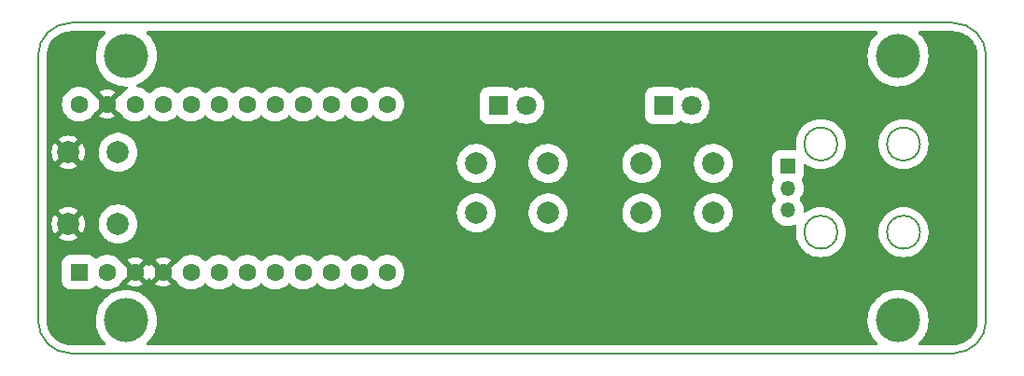
<source format=gbr>
%TF.GenerationSoftware,KiCad,Pcbnew,(6.0.7)*%
%TF.CreationDate,2023-03-06T12:08:33-08:00*%
%TF.ProjectId,Foot Pedal PCB,466f6f74-2050-4656-9461-6c205043422e,A1*%
%TF.SameCoordinates,PX8917370PY68e7780*%
%TF.FileFunction,Copper,L1,Top*%
%TF.FilePolarity,Positive*%
%FSLAX46Y46*%
G04 Gerber Fmt 4.6, Leading zero omitted, Abs format (unit mm)*
G04 Created by KiCad (PCBNEW (6.0.7)) date 2023-03-06 12:08:33*
%MOMM*%
%LPD*%
G01*
G04 APERTURE LIST*
%TA.AperFunction,Profile*%
%ADD10C,0.200000*%
%TD*%
%TA.AperFunction,ComponentPad*%
%ADD11R,1.600000X1.600000*%
%TD*%
%TA.AperFunction,ComponentPad*%
%ADD12C,1.600000*%
%TD*%
%TA.AperFunction,ComponentPad*%
%ADD13R,1.350000X1.350000*%
%TD*%
%TA.AperFunction,ComponentPad*%
%ADD14O,1.350000X1.350000*%
%TD*%
%TA.AperFunction,ComponentPad*%
%ADD15R,1.800000X1.800000*%
%TD*%
%TA.AperFunction,ComponentPad*%
%ADD16C,1.800000*%
%TD*%
%TA.AperFunction,ComponentPad*%
%ADD17C,2.000000*%
%TD*%
%TA.AperFunction,ViaPad*%
%ADD18C,4.000000*%
%TD*%
G04 APERTURE END LIST*
D10*
X29500000Y-4000000D02*
G75*
G03*
X29500000Y-4000000I-1500000J0D01*
G01*
X-43000000Y12000000D02*
X-43000000Y9000000D01*
X43000000Y-9000000D02*
X43000000Y-12000000D01*
X40000000Y15000000D02*
X-40000000Y15000000D01*
X43000000Y12000000D02*
G75*
G03*
X40000000Y15000000I-3000000J0D01*
G01*
X-43000000Y-12000000D02*
G75*
G03*
X-40000000Y-15000000I3000000J0D01*
G01*
X43000000Y9000000D02*
X43000000Y-9000000D01*
X43000000Y9000000D02*
X43000000Y12000000D01*
X40000000Y-15000000D02*
X-40000000Y-15000000D01*
X29500000Y4000000D02*
G75*
G03*
X29500000Y4000000I-1500000J0D01*
G01*
X-43000000Y-12000000D02*
X-43000000Y-9000000D01*
X37000000Y4000000D02*
G75*
G03*
X37000000Y4000000I-1500000J0D01*
G01*
X-40000000Y15000000D02*
G75*
G03*
X-43000000Y12000000I0J-3000000D01*
G01*
X36999997Y-4000000D02*
G75*
G03*
X36999997Y-4000000I-1500000J0D01*
G01*
X-43000000Y-9000000D02*
X-43000000Y9000000D01*
X40000000Y-15000000D02*
G75*
G03*
X43000000Y-12000000I0J3000000D01*
G01*
D11*
%TO.P,U1,1,TX*%
%TO.N,unconnected-(U1-Pad1)*%
X-39270000Y-7620000D03*
D12*
%TO.P,U1,2,RX*%
%TO.N,unconnected-(U1-Pad2)*%
X-36730000Y-7620000D03*
%TO.P,U1,3,GND*%
%TO.N,GND*%
X-34190000Y-7620000D03*
%TO.P,U1,4,GND*%
X-31650000Y-7620000D03*
%TO.P,U1,5,SDA*%
%TO.N,unconnected-(U1-Pad5)*%
X-29110000Y-7620000D03*
%TO.P,U1,6,SCL*%
%TO.N,unconnected-(U1-Pad6)*%
X-26570000Y-7620000D03*
%TO.P,U1,7,D4*%
%TO.N,unconnected-(U1-Pad7)*%
X-24030000Y-7620000D03*
%TO.P,U1,8,C6*%
%TO.N,unconnected-(U1-Pad8)*%
X-21490000Y-7620000D03*
%TO.P,U1,9,D7*%
%TO.N,unconnected-(U1-Pad9)*%
X-18950000Y-7620000D03*
%TO.P,U1,10,E6*%
%TO.N,unconnected-(U1-Pad10)*%
X-16410000Y-7620000D03*
%TO.P,U1,11,B4*%
%TO.N,unconnected-(U1-Pad11)*%
X-13870000Y-7620000D03*
%TO.P,U1,12,B5*%
%TO.N,Net-(C1-Pad2)*%
X-11330000Y-7620000D03*
%TO.P,U1,13,B6*%
%TO.N,Net-(J1-Pad3)*%
X-11330000Y7620000D03*
%TO.P,U1,14,B2*%
%TO.N,Net-(SW3-Pad1)*%
X-13870000Y7620000D03*
%TO.P,U1,15,B3*%
%TO.N,Net-(SW2-Pad1)*%
X-16410000Y7620000D03*
%TO.P,U1,16,B1*%
%TO.N,unconnected-(U1-Pad16)*%
X-18950000Y7620000D03*
%TO.P,U1,17,F7*%
%TO.N,unconnected-(U1-Pad17)*%
X-21490000Y7620000D03*
%TO.P,U1,18,F6*%
%TO.N,unconnected-(U1-Pad18)*%
X-24030000Y7620000D03*
%TO.P,U1,19,F5*%
%TO.N,Net-(D2-Pad1)*%
X-26570000Y7620000D03*
%TO.P,U1,20,F4*%
%TO.N,Net-(D1-Pad1)*%
X-29110000Y7620000D03*
%TO.P,U1,21,VCC*%
%TO.N,Net-(R1-Pad1)*%
X-31650000Y7620000D03*
%TO.P,U1,22,RST*%
%TO.N,Net-(SW1-Pad2)*%
X-34190000Y7620000D03*
%TO.P,U1,23,GND*%
%TO.N,GND*%
X-36730000Y7620000D03*
%TO.P,U1,24,RAW*%
%TO.N,unconnected-(U1-Pad24)*%
X-39270000Y7620000D03*
%TD*%
D13*
%TO.P,J1,1,Pin_1*%
%TO.N,unconnected-(J1-Pad1)*%
X25000000Y2000000D03*
D14*
%TO.P,J1,2,Pin_2*%
%TO.N,Net-(C1-Pad2)*%
X25000000Y0D03*
%TO.P,J1,3,Pin_3*%
%TO.N,Net-(J1-Pad3)*%
X25000000Y-2000000D03*
%TD*%
D15*
%TO.P,D1,1,K*%
%TO.N,Net-(D1-Pad1)*%
X-1275000Y7500000D03*
D16*
%TO.P,D1,2,A*%
%TO.N,Net-(D1-Pad2)*%
X1265000Y7500000D03*
%TD*%
D17*
%TO.P,SW1,2,2*%
%TO.N,Net-(SW1-Pad2)*%
X-35750000Y-3250000D03*
X-35750000Y3250000D03*
%TO.P,SW1,1,1*%
%TO.N,GND*%
X-40250000Y3250000D03*
X-40250000Y-3250000D03*
%TD*%
D15*
%TO.P,D2,1,K*%
%TO.N,Net-(D2-Pad1)*%
X13725000Y7500000D03*
D16*
%TO.P,D2,2,A*%
%TO.N,Net-(D2-Pad2)*%
X16265000Y7500000D03*
%TD*%
D17*
%TO.P,SW2,1,1*%
%TO.N,Net-(SW2-Pad1)*%
X-3250000Y2250000D03*
X3250000Y2250000D03*
%TO.P,SW2,2,2*%
%TO.N,Net-(C1-Pad2)*%
X-3250000Y-2250000D03*
X3250000Y-2250000D03*
%TD*%
%TO.P,SW3,1,1*%
%TO.N,Net-(SW3-Pad1)*%
X11750000Y2250000D03*
X18250000Y2250000D03*
%TO.P,SW3,2,2*%
%TO.N,Net-(C1-Pad2)*%
X18250000Y-2250000D03*
X11750000Y-2250000D03*
%TD*%
D18*
%TO.N,*%
X-35000000Y-12000000D03*
X35000000Y12000000D03*
X-35000000Y12000000D03*
X35000000Y-12000000D03*
%TD*%
%TA.AperFunction,Conductor*%
%TO.N,GND*%
G36*
X-36904417Y14217498D02*
G01*
X-36857924Y14163842D01*
X-36847820Y14093568D01*
X-36877314Y14028988D01*
X-36884139Y14021713D01*
X-37056690Y13851852D01*
X-37073933Y13830213D01*
X-37261904Y13594324D01*
X-37261910Y13594315D01*
X-37264269Y13591355D01*
X-37439050Y13307807D01*
X-37440639Y13304360D01*
X-37537841Y13093513D01*
X-37578501Y13005316D01*
X-37680601Y12688261D01*
X-37681320Y12684545D01*
X-37681322Y12684537D01*
X-37743153Y12364957D01*
X-37743154Y12364948D01*
X-37743872Y12361238D01*
X-37744139Y12357462D01*
X-37744140Y12357457D01*
X-37750353Y12269701D01*
X-37767397Y12028981D01*
X-37750836Y11696305D01*
X-37750195Y11692574D01*
X-37750194Y11692566D01*
X-37735376Y11606332D01*
X-37694427Y11368028D01*
X-37693339Y11364389D01*
X-37693338Y11364386D01*
X-37669209Y11283706D01*
X-37598989Y11048905D01*
X-37465904Y10743559D01*
X-37463981Y10740287D01*
X-37463979Y10740284D01*
X-37389876Y10614231D01*
X-37297100Y10456413D01*
X-37294799Y10453398D01*
X-37097321Y10194639D01*
X-37097316Y10194633D01*
X-37095021Y10191626D01*
X-36862595Y9953035D01*
X-36603189Y9744094D01*
X-36320560Y9567831D01*
X-36018803Y9426798D01*
X-35702288Y9323039D01*
X-35375599Y9258057D01*
X-35371826Y9257770D01*
X-35371819Y9257769D01*
X-35047248Y9233079D01*
X-35047243Y9233079D01*
X-35043471Y9232792D01*
X-34997421Y9234843D01*
X-34928478Y9217892D01*
X-34879644Y9166358D01*
X-34866423Y9096603D01*
X-34893014Y9030774D01*
X-34925980Y9001535D01*
X-34951528Y8985879D01*
X-35111255Y8887998D01*
X-35298271Y8728271D01*
X-35457998Y8541255D01*
X-35460580Y8537041D01*
X-35541945Y8404266D01*
X-35594593Y8356635D01*
X-35623765Y8351527D01*
X-35656435Y8334355D01*
X-36357978Y7632812D01*
X-36365592Y7618868D01*
X-36365461Y7617035D01*
X-36361210Y7610420D01*
X-35655713Y6904923D01*
X-35626885Y6889181D01*
X-35589314Y6881009D01*
X-35542265Y6836256D01*
X-35457998Y6698745D01*
X-35397767Y6628224D01*
X-35305151Y6519785D01*
X-35298271Y6511729D01*
X-35111255Y6352002D01*
X-34901554Y6223497D01*
X-34896984Y6221604D01*
X-34896980Y6221602D01*
X-34678901Y6131271D01*
X-34678895Y6131269D01*
X-34674332Y6129379D01*
X-34669532Y6128227D01*
X-34669527Y6128225D01*
X-34560134Y6101962D01*
X-34435185Y6071964D01*
X-34190000Y6052668D01*
X-33944815Y6071964D01*
X-33819866Y6101962D01*
X-33710473Y6128225D01*
X-33710468Y6128227D01*
X-33705668Y6129379D01*
X-33701105Y6131269D01*
X-33701099Y6131271D01*
X-33483020Y6221602D01*
X-33483016Y6221604D01*
X-33478446Y6223497D01*
X-33268745Y6352002D01*
X-33081729Y6511729D01*
X-33078521Y6515485D01*
X-33078516Y6515490D01*
X-33015811Y6588908D01*
X-32956361Y6627718D01*
X-32885366Y6628224D01*
X-32824189Y6588908D01*
X-32761484Y6515490D01*
X-32761479Y6515485D01*
X-32758271Y6511729D01*
X-32571255Y6352002D01*
X-32361554Y6223497D01*
X-32356984Y6221604D01*
X-32356980Y6221602D01*
X-32138901Y6131271D01*
X-32138895Y6131269D01*
X-32134332Y6129379D01*
X-32129532Y6128227D01*
X-32129527Y6128225D01*
X-32020134Y6101962D01*
X-31895185Y6071964D01*
X-31650000Y6052668D01*
X-31404815Y6071964D01*
X-31279866Y6101962D01*
X-31170473Y6128225D01*
X-31170468Y6128227D01*
X-31165668Y6129379D01*
X-31161105Y6131269D01*
X-31161099Y6131271D01*
X-30943020Y6221602D01*
X-30943016Y6221604D01*
X-30938446Y6223497D01*
X-30728745Y6352002D01*
X-30541729Y6511729D01*
X-30538521Y6515485D01*
X-30538516Y6515490D01*
X-30475811Y6588908D01*
X-30416361Y6627718D01*
X-30345366Y6628224D01*
X-30284189Y6588908D01*
X-30221484Y6515490D01*
X-30221479Y6515485D01*
X-30218271Y6511729D01*
X-30031255Y6352002D01*
X-29821554Y6223497D01*
X-29816984Y6221604D01*
X-29816980Y6221602D01*
X-29598901Y6131271D01*
X-29598895Y6131269D01*
X-29594332Y6129379D01*
X-29589532Y6128227D01*
X-29589527Y6128225D01*
X-29480134Y6101962D01*
X-29355185Y6071964D01*
X-29110000Y6052668D01*
X-28864815Y6071964D01*
X-28739866Y6101962D01*
X-28630473Y6128225D01*
X-28630468Y6128227D01*
X-28625668Y6129379D01*
X-28621105Y6131269D01*
X-28621099Y6131271D01*
X-28403020Y6221602D01*
X-28403016Y6221604D01*
X-28398446Y6223497D01*
X-28188745Y6352002D01*
X-28001729Y6511729D01*
X-27998521Y6515485D01*
X-27998516Y6515490D01*
X-27935811Y6588908D01*
X-27876361Y6627718D01*
X-27805366Y6628224D01*
X-27744189Y6588908D01*
X-27681484Y6515490D01*
X-27681479Y6515485D01*
X-27678271Y6511729D01*
X-27491255Y6352002D01*
X-27281554Y6223497D01*
X-27276984Y6221604D01*
X-27276980Y6221602D01*
X-27058901Y6131271D01*
X-27058895Y6131269D01*
X-27054332Y6129379D01*
X-27049532Y6128227D01*
X-27049527Y6128225D01*
X-26940134Y6101962D01*
X-26815185Y6071964D01*
X-26570000Y6052668D01*
X-26324815Y6071964D01*
X-26199866Y6101962D01*
X-26090473Y6128225D01*
X-26090468Y6128227D01*
X-26085668Y6129379D01*
X-26081105Y6131269D01*
X-26081099Y6131271D01*
X-25863020Y6221602D01*
X-25863016Y6221604D01*
X-25858446Y6223497D01*
X-25648745Y6352002D01*
X-25461729Y6511729D01*
X-25458521Y6515485D01*
X-25458516Y6515490D01*
X-25395811Y6588908D01*
X-25336361Y6627718D01*
X-25265366Y6628224D01*
X-25204189Y6588908D01*
X-25141484Y6515490D01*
X-25141479Y6515485D01*
X-25138271Y6511729D01*
X-24951255Y6352002D01*
X-24741554Y6223497D01*
X-24736984Y6221604D01*
X-24736980Y6221602D01*
X-24518901Y6131271D01*
X-24518895Y6131269D01*
X-24514332Y6129379D01*
X-24509532Y6128227D01*
X-24509527Y6128225D01*
X-24400134Y6101962D01*
X-24275185Y6071964D01*
X-24030000Y6052668D01*
X-23784815Y6071964D01*
X-23659866Y6101962D01*
X-23550473Y6128225D01*
X-23550468Y6128227D01*
X-23545668Y6129379D01*
X-23541105Y6131269D01*
X-23541099Y6131271D01*
X-23323020Y6221602D01*
X-23323016Y6221604D01*
X-23318446Y6223497D01*
X-23108745Y6352002D01*
X-22921729Y6511729D01*
X-22918521Y6515485D01*
X-22918516Y6515490D01*
X-22855811Y6588908D01*
X-22796361Y6627718D01*
X-22725366Y6628224D01*
X-22664189Y6588908D01*
X-22601484Y6515490D01*
X-22601479Y6515485D01*
X-22598271Y6511729D01*
X-22411255Y6352002D01*
X-22201554Y6223497D01*
X-22196984Y6221604D01*
X-22196980Y6221602D01*
X-21978901Y6131271D01*
X-21978895Y6131269D01*
X-21974332Y6129379D01*
X-21969532Y6128227D01*
X-21969527Y6128225D01*
X-21860134Y6101962D01*
X-21735185Y6071964D01*
X-21490000Y6052668D01*
X-21244815Y6071964D01*
X-21119866Y6101962D01*
X-21010473Y6128225D01*
X-21010468Y6128227D01*
X-21005668Y6129379D01*
X-21001105Y6131269D01*
X-21001099Y6131271D01*
X-20783020Y6221602D01*
X-20783016Y6221604D01*
X-20778446Y6223497D01*
X-20568745Y6352002D01*
X-20381729Y6511729D01*
X-20378521Y6515485D01*
X-20378516Y6515490D01*
X-20315811Y6588908D01*
X-20256361Y6627718D01*
X-20185366Y6628224D01*
X-20124189Y6588908D01*
X-20061484Y6515490D01*
X-20061479Y6515485D01*
X-20058271Y6511729D01*
X-19871255Y6352002D01*
X-19661554Y6223497D01*
X-19656984Y6221604D01*
X-19656980Y6221602D01*
X-19438901Y6131271D01*
X-19438895Y6131269D01*
X-19434332Y6129379D01*
X-19429532Y6128227D01*
X-19429527Y6128225D01*
X-19320134Y6101962D01*
X-19195185Y6071964D01*
X-18950000Y6052668D01*
X-18704815Y6071964D01*
X-18579866Y6101962D01*
X-18470473Y6128225D01*
X-18470468Y6128227D01*
X-18465668Y6129379D01*
X-18461105Y6131269D01*
X-18461099Y6131271D01*
X-18243020Y6221602D01*
X-18243016Y6221604D01*
X-18238446Y6223497D01*
X-18028745Y6352002D01*
X-17841729Y6511729D01*
X-17838521Y6515485D01*
X-17838516Y6515490D01*
X-17775811Y6588908D01*
X-17716361Y6627718D01*
X-17645366Y6628224D01*
X-17584189Y6588908D01*
X-17521484Y6515490D01*
X-17521479Y6515485D01*
X-17518271Y6511729D01*
X-17331255Y6352002D01*
X-17121554Y6223497D01*
X-17116984Y6221604D01*
X-17116980Y6221602D01*
X-16898901Y6131271D01*
X-16898895Y6131269D01*
X-16894332Y6129379D01*
X-16889532Y6128227D01*
X-16889527Y6128225D01*
X-16780134Y6101962D01*
X-16655185Y6071964D01*
X-16410000Y6052668D01*
X-16164815Y6071964D01*
X-16039866Y6101962D01*
X-15930473Y6128225D01*
X-15930468Y6128227D01*
X-15925668Y6129379D01*
X-15921105Y6131269D01*
X-15921099Y6131271D01*
X-15703020Y6221602D01*
X-15703016Y6221604D01*
X-15698446Y6223497D01*
X-15488745Y6352002D01*
X-15301729Y6511729D01*
X-15298521Y6515485D01*
X-15298516Y6515490D01*
X-15235811Y6588908D01*
X-15176361Y6627718D01*
X-15105366Y6628224D01*
X-15044189Y6588908D01*
X-14981484Y6515490D01*
X-14981479Y6515485D01*
X-14978271Y6511729D01*
X-14791255Y6352002D01*
X-14581554Y6223497D01*
X-14576984Y6221604D01*
X-14576980Y6221602D01*
X-14358901Y6131271D01*
X-14358895Y6131269D01*
X-14354332Y6129379D01*
X-14349532Y6128227D01*
X-14349527Y6128225D01*
X-14240134Y6101962D01*
X-14115185Y6071964D01*
X-13870000Y6052668D01*
X-13624815Y6071964D01*
X-13499866Y6101962D01*
X-13390473Y6128225D01*
X-13390468Y6128227D01*
X-13385668Y6129379D01*
X-13381105Y6131269D01*
X-13381099Y6131271D01*
X-13163020Y6221602D01*
X-13163016Y6221604D01*
X-13158446Y6223497D01*
X-12948745Y6352002D01*
X-12761729Y6511729D01*
X-12758521Y6515485D01*
X-12758516Y6515490D01*
X-12695811Y6588908D01*
X-12636361Y6627718D01*
X-12565366Y6628224D01*
X-12504189Y6588908D01*
X-12441484Y6515490D01*
X-12441479Y6515485D01*
X-12438271Y6511729D01*
X-12251255Y6352002D01*
X-12041554Y6223497D01*
X-12036984Y6221604D01*
X-12036980Y6221602D01*
X-11818901Y6131271D01*
X-11818895Y6131269D01*
X-11814332Y6129379D01*
X-11809532Y6128227D01*
X-11809527Y6128225D01*
X-11700134Y6101962D01*
X-11575185Y6071964D01*
X-11330000Y6052668D01*
X-11084815Y6071964D01*
X-10959866Y6101962D01*
X-10850473Y6128225D01*
X-10850468Y6128227D01*
X-10845668Y6129379D01*
X-10841105Y6131269D01*
X-10841099Y6131271D01*
X-10623020Y6221602D01*
X-10623016Y6221604D01*
X-10618446Y6223497D01*
X-10408745Y6352002D01*
X-10221729Y6511729D01*
X-10214848Y6519785D01*
X-10189611Y6549334D01*
X-2937500Y6549334D01*
X-2937163Y6546088D01*
X-2937163Y6546084D01*
X-2933265Y6508521D01*
X-2926468Y6443010D01*
X-2924287Y6436474D01*
X-2924287Y6436472D01*
X-2896105Y6352002D01*
X-2870197Y6274346D01*
X-2866341Y6268115D01*
X-2781659Y6131271D01*
X-2776634Y6123150D01*
X-2650799Y5997534D01*
X-2499440Y5904236D01*
X-2492492Y5901931D01*
X-2492491Y5901931D01*
X-2337209Y5850425D01*
X-2337207Y5850424D01*
X-2330678Y5848259D01*
X-2225666Y5837500D01*
X-324334Y5837500D01*
X-321088Y5837837D01*
X-321084Y5837837D01*
X-224868Y5847820D01*
X-224864Y5847821D01*
X-218010Y5848532D01*
X-211474Y5850713D01*
X-211472Y5850713D01*
X-79723Y5894668D01*
X-49346Y5904803D01*
X101850Y5998366D01*
X120159Y6016707D01*
X195488Y6092167D01*
X257771Y6126246D01*
X328591Y6121243D01*
X350496Y6110582D01*
X445004Y6052668D01*
X507907Y6014121D01*
X512477Y6012228D01*
X512481Y6012226D01*
X745098Y5915873D01*
X749671Y5913979D01*
X839034Y5892525D01*
X999310Y5854045D01*
X999316Y5854044D01*
X1004123Y5852890D01*
X1265000Y5832359D01*
X1525877Y5852890D01*
X1530684Y5854044D01*
X1530690Y5854045D01*
X1690966Y5892525D01*
X1780329Y5913979D01*
X1784902Y5915873D01*
X2017519Y6012226D01*
X2017523Y6012228D01*
X2022093Y6014121D01*
X2245215Y6150850D01*
X2444200Y6320800D01*
X2614150Y6519785D01*
X2632258Y6549334D01*
X12062500Y6549334D01*
X12062837Y6546088D01*
X12062837Y6546084D01*
X12066735Y6508521D01*
X12073532Y6443010D01*
X12075713Y6436474D01*
X12075713Y6436472D01*
X12103895Y6352002D01*
X12129803Y6274346D01*
X12133659Y6268115D01*
X12218341Y6131271D01*
X12223366Y6123150D01*
X12349201Y5997534D01*
X12500560Y5904236D01*
X12507508Y5901931D01*
X12507509Y5901931D01*
X12662791Y5850425D01*
X12662793Y5850424D01*
X12669322Y5848259D01*
X12774334Y5837500D01*
X14675666Y5837500D01*
X14678912Y5837837D01*
X14678916Y5837837D01*
X14775132Y5847820D01*
X14775136Y5847821D01*
X14781990Y5848532D01*
X14788526Y5850713D01*
X14788528Y5850713D01*
X14920277Y5894668D01*
X14950654Y5904803D01*
X15101850Y5998366D01*
X15120159Y6016707D01*
X15195488Y6092167D01*
X15257771Y6126246D01*
X15328591Y6121243D01*
X15350496Y6110582D01*
X15445004Y6052668D01*
X15507907Y6014121D01*
X15512477Y6012228D01*
X15512481Y6012226D01*
X15745098Y5915873D01*
X15749671Y5913979D01*
X15839034Y5892525D01*
X15999310Y5854045D01*
X15999316Y5854044D01*
X16004123Y5852890D01*
X16265000Y5832359D01*
X16525877Y5852890D01*
X16530684Y5854044D01*
X16530690Y5854045D01*
X16690966Y5892525D01*
X16780329Y5913979D01*
X16784902Y5915873D01*
X17017519Y6012226D01*
X17017523Y6012228D01*
X17022093Y6014121D01*
X17245215Y6150850D01*
X17444200Y6320800D01*
X17614150Y6519785D01*
X17750879Y6742907D01*
X17789330Y6835734D01*
X17849127Y6980098D01*
X17849128Y6980100D01*
X17851021Y6984671D01*
X17886176Y7131099D01*
X17910955Y7234310D01*
X17910956Y7234316D01*
X17912110Y7239123D01*
X17932641Y7500000D01*
X17912110Y7760877D01*
X17910956Y7765684D01*
X17910955Y7765690D01*
X17872475Y7925966D01*
X17851021Y8015329D01*
X17750879Y8257093D01*
X17614150Y8480215D01*
X17444200Y8679200D01*
X17245215Y8849150D01*
X17022093Y8985879D01*
X17017523Y8987772D01*
X17017519Y8987774D01*
X16784902Y9084127D01*
X16784900Y9084128D01*
X16780329Y9086021D01*
X16685744Y9108729D01*
X16530690Y9145955D01*
X16530684Y9145956D01*
X16525877Y9147110D01*
X16265000Y9167641D01*
X16004123Y9147110D01*
X15999316Y9145956D01*
X15999310Y9145955D01*
X15844256Y9108729D01*
X15749671Y9086021D01*
X15745100Y9084128D01*
X15745098Y9084127D01*
X15512481Y8987774D01*
X15512477Y8987772D01*
X15507907Y8985879D01*
X15350563Y8889459D01*
X15282030Y8870921D01*
X15214354Y8892377D01*
X15195711Y8907719D01*
X15105977Y8997297D01*
X15100799Y9002466D01*
X14949440Y9095764D01*
X14910353Y9108729D01*
X14787209Y9149575D01*
X14787207Y9149576D01*
X14780678Y9151741D01*
X14675666Y9162500D01*
X12774334Y9162500D01*
X12771088Y9162163D01*
X12771084Y9162163D01*
X12674868Y9152180D01*
X12674864Y9152179D01*
X12668010Y9151468D01*
X12661474Y9149287D01*
X12661472Y9149287D01*
X12549036Y9111775D01*
X12499346Y9095197D01*
X12348150Y9001634D01*
X12222534Y8875799D01*
X12218694Y8869569D01*
X12218693Y8869568D01*
X12204128Y8845939D01*
X12129236Y8724440D01*
X12073259Y8555678D01*
X12062500Y8450666D01*
X12062500Y6549334D01*
X2632258Y6549334D01*
X2750879Y6742907D01*
X2789330Y6835734D01*
X2849127Y6980098D01*
X2849128Y6980100D01*
X2851021Y6984671D01*
X2886176Y7131099D01*
X2910955Y7234310D01*
X2910956Y7234316D01*
X2912110Y7239123D01*
X2932641Y7500000D01*
X2912110Y7760877D01*
X2910956Y7765684D01*
X2910955Y7765690D01*
X2872475Y7925966D01*
X2851021Y8015329D01*
X2750879Y8257093D01*
X2614150Y8480215D01*
X2444200Y8679200D01*
X2245215Y8849150D01*
X2022093Y8985879D01*
X2017523Y8987772D01*
X2017519Y8987774D01*
X1784902Y9084127D01*
X1784900Y9084128D01*
X1780329Y9086021D01*
X1685744Y9108729D01*
X1530690Y9145955D01*
X1530684Y9145956D01*
X1525877Y9147110D01*
X1265000Y9167641D01*
X1004123Y9147110D01*
X999316Y9145956D01*
X999310Y9145955D01*
X844256Y9108729D01*
X749671Y9086021D01*
X745100Y9084128D01*
X745098Y9084127D01*
X512481Y8987774D01*
X512477Y8987772D01*
X507907Y8985879D01*
X350563Y8889459D01*
X282030Y8870921D01*
X214354Y8892377D01*
X195711Y8907719D01*
X105977Y8997297D01*
X100799Y9002466D01*
X-50560Y9095764D01*
X-89647Y9108729D01*
X-212791Y9149575D01*
X-212793Y9149576D01*
X-219322Y9151741D01*
X-324334Y9162500D01*
X-2225666Y9162500D01*
X-2228912Y9162163D01*
X-2228916Y9162163D01*
X-2325132Y9152180D01*
X-2325136Y9152179D01*
X-2331990Y9151468D01*
X-2338526Y9149287D01*
X-2338528Y9149287D01*
X-2450964Y9111775D01*
X-2500654Y9095197D01*
X-2651850Y9001634D01*
X-2777466Y8875799D01*
X-2781306Y8869569D01*
X-2781307Y8869568D01*
X-2795872Y8845939D01*
X-2870764Y8724440D01*
X-2926741Y8555678D01*
X-2937500Y8450666D01*
X-2937500Y6549334D01*
X-10189611Y6549334D01*
X-10122233Y6628224D01*
X-10062002Y6698745D01*
X-9933497Y6908446D01*
X-9931602Y6913020D01*
X-9841271Y7131099D01*
X-9841269Y7131105D01*
X-9839379Y7135668D01*
X-9781964Y7374815D01*
X-9762668Y7620000D01*
X-9781964Y7865185D01*
X-9839379Y8104332D01*
X-9841269Y8108895D01*
X-9841271Y8108901D01*
X-9931602Y8326980D01*
X-9931604Y8326984D01*
X-9933497Y8331554D01*
X-10062002Y8541255D01*
X-10221729Y8728271D01*
X-10408745Y8887998D01*
X-10618446Y9016503D01*
X-10623016Y9018396D01*
X-10623020Y9018398D01*
X-10841099Y9108729D01*
X-10841105Y9108731D01*
X-10845668Y9110621D01*
X-10850468Y9111773D01*
X-10850473Y9111775D01*
X-10959866Y9138038D01*
X-11084815Y9168036D01*
X-11330000Y9187332D01*
X-11575185Y9168036D01*
X-11700134Y9138038D01*
X-11809527Y9111775D01*
X-11809532Y9111773D01*
X-11814332Y9110621D01*
X-11818895Y9108731D01*
X-11818901Y9108729D01*
X-12036980Y9018398D01*
X-12036984Y9018396D01*
X-12041554Y9016503D01*
X-12251255Y8887998D01*
X-12438271Y8728271D01*
X-12441479Y8724515D01*
X-12441484Y8724510D01*
X-12504189Y8651092D01*
X-12563639Y8612282D01*
X-12634634Y8611776D01*
X-12695811Y8651092D01*
X-12758516Y8724510D01*
X-12758521Y8724515D01*
X-12761729Y8728271D01*
X-12948745Y8887998D01*
X-13158446Y9016503D01*
X-13163016Y9018396D01*
X-13163020Y9018398D01*
X-13381099Y9108729D01*
X-13381105Y9108731D01*
X-13385668Y9110621D01*
X-13390468Y9111773D01*
X-13390473Y9111775D01*
X-13499866Y9138038D01*
X-13624815Y9168036D01*
X-13870000Y9187332D01*
X-14115185Y9168036D01*
X-14240134Y9138038D01*
X-14349527Y9111775D01*
X-14349532Y9111773D01*
X-14354332Y9110621D01*
X-14358895Y9108731D01*
X-14358901Y9108729D01*
X-14576980Y9018398D01*
X-14576984Y9018396D01*
X-14581554Y9016503D01*
X-14791255Y8887998D01*
X-14978271Y8728271D01*
X-14981479Y8724515D01*
X-14981484Y8724510D01*
X-15044189Y8651092D01*
X-15103639Y8612282D01*
X-15174634Y8611776D01*
X-15235811Y8651092D01*
X-15298516Y8724510D01*
X-15298521Y8724515D01*
X-15301729Y8728271D01*
X-15488745Y8887998D01*
X-15698446Y9016503D01*
X-15703016Y9018396D01*
X-15703020Y9018398D01*
X-15921099Y9108729D01*
X-15921105Y9108731D01*
X-15925668Y9110621D01*
X-15930468Y9111773D01*
X-15930473Y9111775D01*
X-16039866Y9138038D01*
X-16164815Y9168036D01*
X-16410000Y9187332D01*
X-16655185Y9168036D01*
X-16780134Y9138038D01*
X-16889527Y9111775D01*
X-16889532Y9111773D01*
X-16894332Y9110621D01*
X-16898895Y9108731D01*
X-16898901Y9108729D01*
X-17116980Y9018398D01*
X-17116984Y9018396D01*
X-17121554Y9016503D01*
X-17331255Y8887998D01*
X-17518271Y8728271D01*
X-17521479Y8724515D01*
X-17521484Y8724510D01*
X-17584189Y8651092D01*
X-17643639Y8612282D01*
X-17714634Y8611776D01*
X-17775811Y8651092D01*
X-17838516Y8724510D01*
X-17838521Y8724515D01*
X-17841729Y8728271D01*
X-18028745Y8887998D01*
X-18238446Y9016503D01*
X-18243016Y9018396D01*
X-18243020Y9018398D01*
X-18461099Y9108729D01*
X-18461105Y9108731D01*
X-18465668Y9110621D01*
X-18470468Y9111773D01*
X-18470473Y9111775D01*
X-18579866Y9138038D01*
X-18704815Y9168036D01*
X-18950000Y9187332D01*
X-19195185Y9168036D01*
X-19320134Y9138038D01*
X-19429527Y9111775D01*
X-19429532Y9111773D01*
X-19434332Y9110621D01*
X-19438895Y9108731D01*
X-19438901Y9108729D01*
X-19656980Y9018398D01*
X-19656984Y9018396D01*
X-19661554Y9016503D01*
X-19871255Y8887998D01*
X-20058271Y8728271D01*
X-20061479Y8724515D01*
X-20061484Y8724510D01*
X-20124189Y8651092D01*
X-20183639Y8612282D01*
X-20254634Y8611776D01*
X-20315811Y8651092D01*
X-20378516Y8724510D01*
X-20378521Y8724515D01*
X-20381729Y8728271D01*
X-20568745Y8887998D01*
X-20778446Y9016503D01*
X-20783016Y9018396D01*
X-20783020Y9018398D01*
X-21001099Y9108729D01*
X-21001105Y9108731D01*
X-21005668Y9110621D01*
X-21010468Y9111773D01*
X-21010473Y9111775D01*
X-21119866Y9138038D01*
X-21244815Y9168036D01*
X-21490000Y9187332D01*
X-21735185Y9168036D01*
X-21860134Y9138038D01*
X-21969527Y9111775D01*
X-21969532Y9111773D01*
X-21974332Y9110621D01*
X-21978895Y9108731D01*
X-21978901Y9108729D01*
X-22196980Y9018398D01*
X-22196984Y9018396D01*
X-22201554Y9016503D01*
X-22411255Y8887998D01*
X-22598271Y8728271D01*
X-22601479Y8724515D01*
X-22601484Y8724510D01*
X-22664189Y8651092D01*
X-22723639Y8612282D01*
X-22794634Y8611776D01*
X-22855811Y8651092D01*
X-22918516Y8724510D01*
X-22918521Y8724515D01*
X-22921729Y8728271D01*
X-23108745Y8887998D01*
X-23318446Y9016503D01*
X-23323016Y9018396D01*
X-23323020Y9018398D01*
X-23541099Y9108729D01*
X-23541105Y9108731D01*
X-23545668Y9110621D01*
X-23550468Y9111773D01*
X-23550473Y9111775D01*
X-23659866Y9138038D01*
X-23784815Y9168036D01*
X-24030000Y9187332D01*
X-24275185Y9168036D01*
X-24400134Y9138038D01*
X-24509527Y9111775D01*
X-24509532Y9111773D01*
X-24514332Y9110621D01*
X-24518895Y9108731D01*
X-24518901Y9108729D01*
X-24736980Y9018398D01*
X-24736984Y9018396D01*
X-24741554Y9016503D01*
X-24951255Y8887998D01*
X-25138271Y8728271D01*
X-25141479Y8724515D01*
X-25141484Y8724510D01*
X-25204189Y8651092D01*
X-25263639Y8612282D01*
X-25334634Y8611776D01*
X-25395811Y8651092D01*
X-25458516Y8724510D01*
X-25458521Y8724515D01*
X-25461729Y8728271D01*
X-25648745Y8887998D01*
X-25858446Y9016503D01*
X-25863016Y9018396D01*
X-25863020Y9018398D01*
X-26081099Y9108729D01*
X-26081105Y9108731D01*
X-26085668Y9110621D01*
X-26090468Y9111773D01*
X-26090473Y9111775D01*
X-26199866Y9138038D01*
X-26324815Y9168036D01*
X-26570000Y9187332D01*
X-26815185Y9168036D01*
X-26940134Y9138038D01*
X-27049527Y9111775D01*
X-27049532Y9111773D01*
X-27054332Y9110621D01*
X-27058895Y9108731D01*
X-27058901Y9108729D01*
X-27276980Y9018398D01*
X-27276984Y9018396D01*
X-27281554Y9016503D01*
X-27491255Y8887998D01*
X-27678271Y8728271D01*
X-27681479Y8724515D01*
X-27681484Y8724510D01*
X-27744189Y8651092D01*
X-27803639Y8612282D01*
X-27874634Y8611776D01*
X-27935811Y8651092D01*
X-27998516Y8724510D01*
X-27998521Y8724515D01*
X-28001729Y8728271D01*
X-28188745Y8887998D01*
X-28398446Y9016503D01*
X-28403016Y9018396D01*
X-28403020Y9018398D01*
X-28621099Y9108729D01*
X-28621105Y9108731D01*
X-28625668Y9110621D01*
X-28630468Y9111773D01*
X-28630473Y9111775D01*
X-28739866Y9138038D01*
X-28864815Y9168036D01*
X-29110000Y9187332D01*
X-29355185Y9168036D01*
X-29480134Y9138038D01*
X-29589527Y9111775D01*
X-29589532Y9111773D01*
X-29594332Y9110621D01*
X-29598895Y9108731D01*
X-29598901Y9108729D01*
X-29816980Y9018398D01*
X-29816984Y9018396D01*
X-29821554Y9016503D01*
X-30031255Y8887998D01*
X-30218271Y8728271D01*
X-30221479Y8724515D01*
X-30221484Y8724510D01*
X-30284189Y8651092D01*
X-30343639Y8612282D01*
X-30414634Y8611776D01*
X-30475811Y8651092D01*
X-30538516Y8724510D01*
X-30538521Y8724515D01*
X-30541729Y8728271D01*
X-30728745Y8887998D01*
X-30938446Y9016503D01*
X-30943016Y9018396D01*
X-30943020Y9018398D01*
X-31161099Y9108729D01*
X-31161105Y9108731D01*
X-31165668Y9110621D01*
X-31170468Y9111773D01*
X-31170473Y9111775D01*
X-31279866Y9138038D01*
X-31404815Y9168036D01*
X-31650000Y9187332D01*
X-31895185Y9168036D01*
X-32020134Y9138038D01*
X-32129527Y9111775D01*
X-32129532Y9111773D01*
X-32134332Y9110621D01*
X-32138895Y9108731D01*
X-32138901Y9108729D01*
X-32356980Y9018398D01*
X-32356984Y9018396D01*
X-32361554Y9016503D01*
X-32571255Y8887998D01*
X-32758271Y8728271D01*
X-32761479Y8724515D01*
X-32761484Y8724510D01*
X-32824189Y8651092D01*
X-32883639Y8612282D01*
X-32954634Y8611776D01*
X-33015811Y8651092D01*
X-33078516Y8724510D01*
X-33078521Y8724515D01*
X-33081729Y8728271D01*
X-33268745Y8887998D01*
X-33478446Y9016503D01*
X-33483016Y9018396D01*
X-33483020Y9018398D01*
X-33701099Y9108729D01*
X-33701105Y9108731D01*
X-33705668Y9110621D01*
X-33710468Y9111773D01*
X-33710473Y9111775D01*
X-33819866Y9138038D01*
X-33944815Y9168036D01*
X-33984358Y9171148D01*
X-34050699Y9196433D01*
X-34092839Y9253571D01*
X-34097398Y9324421D01*
X-34062929Y9386489D01*
X-34024210Y9412528D01*
X-33759977Y9526052D01*
X-33756488Y9527551D01*
X-33753210Y9529455D01*
X-33753204Y9529458D01*
X-33585402Y9626926D01*
X-33468462Y9694850D01*
X-33465436Y9697134D01*
X-33465429Y9697139D01*
X-33205648Y9893254D01*
X-33202621Y9895539D01*
X-32962815Y10126713D01*
X-32752519Y10385021D01*
X-32750509Y10388207D01*
X-32750503Y10388215D01*
X-32576800Y10663518D01*
X-32576799Y10663521D01*
X-32574778Y10666723D01*
X-32432168Y10967738D01*
X-32405088Y11048905D01*
X-32327950Y11280119D01*
X-32326753Y11283706D01*
X-32260061Y11610049D01*
X-32233058Y11942041D01*
X-32232451Y12000000D01*
X-32232688Y12003942D01*
X-32252267Y12328707D01*
X-32252267Y12328711D01*
X-32252495Y12332485D01*
X-32312338Y12660153D01*
X-32411113Y12978259D01*
X-32547388Y13282194D01*
X-32719190Y13567557D01*
X-32721517Y13570541D01*
X-32721522Y13570548D01*
X-32921700Y13827225D01*
X-32921706Y13827232D01*
X-32924031Y13830213D01*
X-32948206Y13854515D01*
X-33115450Y14022638D01*
X-33149311Y14085040D01*
X-33144061Y14155842D01*
X-33101365Y14212566D01*
X-33034780Y14237202D01*
X-33026121Y14237500D01*
X33027462Y14237500D01*
X33095583Y14217498D01*
X33142076Y14163842D01*
X33152180Y14093568D01*
X33122686Y14028988D01*
X33115861Y14021713D01*
X32943310Y13851852D01*
X32926067Y13830213D01*
X32738096Y13594324D01*
X32738090Y13594315D01*
X32735731Y13591355D01*
X32560950Y13307807D01*
X32559361Y13304360D01*
X32462159Y13093513D01*
X32421499Y13005316D01*
X32319399Y12688261D01*
X32318680Y12684545D01*
X32318678Y12684537D01*
X32256847Y12364957D01*
X32256846Y12364948D01*
X32256128Y12361238D01*
X32255861Y12357462D01*
X32255860Y12357457D01*
X32249647Y12269701D01*
X32232603Y12028981D01*
X32249164Y11696305D01*
X32249805Y11692574D01*
X32249806Y11692566D01*
X32264624Y11606332D01*
X32305573Y11368028D01*
X32306661Y11364389D01*
X32306662Y11364386D01*
X32330791Y11283706D01*
X32401011Y11048905D01*
X32534096Y10743559D01*
X32536019Y10740287D01*
X32536021Y10740284D01*
X32610124Y10614231D01*
X32702900Y10456413D01*
X32705201Y10453398D01*
X32902679Y10194639D01*
X32902684Y10194633D01*
X32904979Y10191626D01*
X33137405Y9953035D01*
X33396811Y9744094D01*
X33679440Y9567831D01*
X33981197Y9426798D01*
X34297712Y9323039D01*
X34624401Y9258057D01*
X34628174Y9257770D01*
X34628181Y9257769D01*
X34952752Y9233079D01*
X34952757Y9233079D01*
X34956529Y9232792D01*
X35289288Y9247612D01*
X35293026Y9248234D01*
X35293034Y9248235D01*
X35453162Y9274888D01*
X35617856Y9302301D01*
X35937474Y9396066D01*
X36243512Y9527551D01*
X36246790Y9529455D01*
X36246796Y9529458D01*
X36414598Y9626926D01*
X36531538Y9694850D01*
X36534564Y9697134D01*
X36534571Y9697139D01*
X36794352Y9893254D01*
X36797379Y9895539D01*
X37037185Y10126713D01*
X37247481Y10385021D01*
X37249491Y10388207D01*
X37249497Y10388215D01*
X37423200Y10663518D01*
X37423201Y10663521D01*
X37425222Y10666723D01*
X37567832Y10967738D01*
X37594912Y11048905D01*
X37672050Y11280119D01*
X37673247Y11283706D01*
X37739939Y11610049D01*
X37766942Y11942041D01*
X37767549Y12000000D01*
X37767312Y12003942D01*
X37747733Y12328707D01*
X37747733Y12328711D01*
X37747505Y12332485D01*
X37687662Y12660153D01*
X37588887Y12978259D01*
X37452612Y13282194D01*
X37280810Y13567557D01*
X37278483Y13570541D01*
X37278478Y13570548D01*
X37078300Y13827225D01*
X37078294Y13827232D01*
X37075969Y13830213D01*
X37051794Y13854515D01*
X36884550Y14022638D01*
X36850689Y14085040D01*
X36855939Y14155842D01*
X36898635Y14212566D01*
X36965220Y14237202D01*
X36973879Y14237500D01*
X39943762Y14237500D01*
X39959555Y14236506D01*
X39989286Y14232750D01*
X40010340Y14234814D01*
X40013401Y14235114D01*
X40033302Y14235485D01*
X40262093Y14221646D01*
X40277197Y14219812D01*
X40527971Y14173856D01*
X40542744Y14170215D01*
X40786159Y14094364D01*
X40800377Y14088972D01*
X40949833Y14021707D01*
X41032866Y13984337D01*
X41046339Y13977266D01*
X41264525Y13845367D01*
X41277046Y13836724D01*
X41477738Y13679493D01*
X41489127Y13669403D01*
X41669403Y13489127D01*
X41679493Y13477738D01*
X41836724Y13277046D01*
X41845367Y13264525D01*
X41977266Y13046339D01*
X41984336Y13032868D01*
X42008914Y12978259D01*
X42088970Y12800381D01*
X42094364Y12786159D01*
X42133629Y12660153D01*
X42170215Y12542744D01*
X42173856Y12527971D01*
X42219812Y12277198D01*
X42221646Y12262094D01*
X42234814Y12044406D01*
X42234051Y12021013D01*
X42232750Y12010714D01*
X42234189Y11996039D01*
X42236899Y11968399D01*
X42237500Y11956104D01*
X42237500Y-11943762D01*
X42236506Y-11959554D01*
X42232750Y-11989286D01*
X42234018Y-12002221D01*
X42235114Y-12013401D01*
X42235485Y-12033302D01*
X42221646Y-12262093D01*
X42219812Y-12277197D01*
X42173856Y-12527971D01*
X42170215Y-12542744D01*
X42094366Y-12786154D01*
X42088970Y-12800381D01*
X41984337Y-13032866D01*
X41977266Y-13046339D01*
X41845367Y-13264525D01*
X41836724Y-13277046D01*
X41679493Y-13477738D01*
X41669403Y-13489127D01*
X41489127Y-13669403D01*
X41477738Y-13679493D01*
X41277046Y-13836724D01*
X41264525Y-13845367D01*
X41046339Y-13977266D01*
X41032868Y-13984336D01*
X40800377Y-14088972D01*
X40786159Y-14094364D01*
X40584915Y-14157074D01*
X40542744Y-14170215D01*
X40527971Y-14173856D01*
X40277198Y-14219812D01*
X40262094Y-14221646D01*
X40044406Y-14234814D01*
X40021013Y-14234051D01*
X40010714Y-14232750D01*
X39968399Y-14236899D01*
X39956104Y-14237500D01*
X36971625Y-14237500D01*
X36903504Y-14217498D01*
X36857011Y-14163842D01*
X36846907Y-14093568D01*
X36876401Y-14028988D01*
X36884177Y-14020787D01*
X36929323Y-13977266D01*
X37037185Y-13873287D01*
X37247481Y-13614979D01*
X37249491Y-13611793D01*
X37249497Y-13611785D01*
X37423200Y-13336482D01*
X37423201Y-13336479D01*
X37425222Y-13333277D01*
X37567832Y-13032262D01*
X37594912Y-12951095D01*
X37672050Y-12719881D01*
X37673247Y-12716294D01*
X37739939Y-12389951D01*
X37766942Y-12057959D01*
X37767549Y-12000000D01*
X37766482Y-11982292D01*
X37747733Y-11671293D01*
X37747733Y-11671289D01*
X37747505Y-11667515D01*
X37687662Y-11339847D01*
X37588887Y-11021741D01*
X37452612Y-10717806D01*
X37280810Y-10432443D01*
X37278483Y-10429459D01*
X37278478Y-10429452D01*
X37078300Y-10172775D01*
X37078294Y-10172768D01*
X37075969Y-10169787D01*
X36841058Y-9933642D01*
X36579478Y-9727429D01*
X36295019Y-9554135D01*
X35991801Y-9416270D01*
X35964257Y-9407559D01*
X35677834Y-9316976D01*
X35677831Y-9316975D01*
X35674216Y-9315832D01*
X35643336Y-9310025D01*
X35350589Y-9254974D01*
X35350587Y-9254974D01*
X35346866Y-9254274D01*
X35014491Y-9232489D01*
X35010711Y-9232697D01*
X35010710Y-9232697D01*
X34915394Y-9237943D01*
X34681906Y-9250792D01*
X34353929Y-9308919D01*
X34350304Y-9310024D01*
X34350299Y-9310025D01*
X34117965Y-9380835D01*
X34035310Y-9406026D01*
X33730665Y-9540708D01*
X33727411Y-9542644D01*
X33727405Y-9542647D01*
X33447666Y-9709075D01*
X33444407Y-9711014D01*
X33180682Y-9914476D01*
X32943310Y-10148148D01*
X32926067Y-10169787D01*
X32738096Y-10405676D01*
X32738090Y-10405685D01*
X32735731Y-10408645D01*
X32560950Y-10692193D01*
X32421499Y-10994684D01*
X32319399Y-11311739D01*
X32318680Y-11315455D01*
X32318678Y-11315463D01*
X32256847Y-11635043D01*
X32256846Y-11635052D01*
X32256128Y-11638762D01*
X32255861Y-11642538D01*
X32255860Y-11642543D01*
X32233101Y-11963983D01*
X32232603Y-11971019D01*
X32236820Y-12055720D01*
X32247472Y-12269701D01*
X32249164Y-12303695D01*
X32249805Y-12307426D01*
X32249806Y-12307434D01*
X32304929Y-12628226D01*
X32305573Y-12631972D01*
X32306661Y-12635611D01*
X32306662Y-12635614D01*
X32353859Y-12793428D01*
X32401011Y-12951095D01*
X32534096Y-13256441D01*
X32536019Y-13259713D01*
X32536021Y-13259716D01*
X32610124Y-13385769D01*
X32702900Y-13543587D01*
X32705201Y-13546602D01*
X32902679Y-13805361D01*
X32902684Y-13805367D01*
X32904979Y-13808374D01*
X32937177Y-13841426D01*
X33114622Y-14023578D01*
X33147829Y-14086331D01*
X33141837Y-14157074D01*
X33098550Y-14213348D01*
X33031711Y-14237286D01*
X33024368Y-14237500D01*
X-33028375Y-14237500D01*
X-33096496Y-14217498D01*
X-33142989Y-14163842D01*
X-33153093Y-14093568D01*
X-33123599Y-14028988D01*
X-33115823Y-14020787D01*
X-33070677Y-13977266D01*
X-32962815Y-13873287D01*
X-32752519Y-13614979D01*
X-32750509Y-13611793D01*
X-32750503Y-13611785D01*
X-32576800Y-13336482D01*
X-32576799Y-13336479D01*
X-32574778Y-13333277D01*
X-32432168Y-13032262D01*
X-32405088Y-12951095D01*
X-32327950Y-12719881D01*
X-32326753Y-12716294D01*
X-32260061Y-12389951D01*
X-32233058Y-12057959D01*
X-32232451Y-12000000D01*
X-32233518Y-11982292D01*
X-32252267Y-11671293D01*
X-32252267Y-11671289D01*
X-32252495Y-11667515D01*
X-32312338Y-11339847D01*
X-32411113Y-11021741D01*
X-32547388Y-10717806D01*
X-32719190Y-10432443D01*
X-32721517Y-10429459D01*
X-32721522Y-10429452D01*
X-32921700Y-10172775D01*
X-32921706Y-10172768D01*
X-32924031Y-10169787D01*
X-33158942Y-9933642D01*
X-33420522Y-9727429D01*
X-33704981Y-9554135D01*
X-34008199Y-9416270D01*
X-34035743Y-9407559D01*
X-34322166Y-9316976D01*
X-34322169Y-9316975D01*
X-34325784Y-9315832D01*
X-34356664Y-9310025D01*
X-34649411Y-9254974D01*
X-34649413Y-9254974D01*
X-34653134Y-9254274D01*
X-34985509Y-9232489D01*
X-34989289Y-9232697D01*
X-34989290Y-9232697D01*
X-35084606Y-9237943D01*
X-35318094Y-9250792D01*
X-35646071Y-9308919D01*
X-35649696Y-9310024D01*
X-35649701Y-9310025D01*
X-35882035Y-9380835D01*
X-35964690Y-9406026D01*
X-36269335Y-9540708D01*
X-36272589Y-9542644D01*
X-36272595Y-9542647D01*
X-36552334Y-9709075D01*
X-36555593Y-9711014D01*
X-36819318Y-9914476D01*
X-37056690Y-10148148D01*
X-37073933Y-10169787D01*
X-37261904Y-10405676D01*
X-37261910Y-10405685D01*
X-37264269Y-10408645D01*
X-37439050Y-10692193D01*
X-37578501Y-10994684D01*
X-37680601Y-11311739D01*
X-37681320Y-11315455D01*
X-37681322Y-11315463D01*
X-37743153Y-11635043D01*
X-37743154Y-11635052D01*
X-37743872Y-11638762D01*
X-37744139Y-11642538D01*
X-37744140Y-11642543D01*
X-37766899Y-11963983D01*
X-37767397Y-11971019D01*
X-37763180Y-12055720D01*
X-37752528Y-12269701D01*
X-37750836Y-12303695D01*
X-37750195Y-12307426D01*
X-37750194Y-12307434D01*
X-37695071Y-12628226D01*
X-37694427Y-12631972D01*
X-37693339Y-12635611D01*
X-37693338Y-12635614D01*
X-37646141Y-12793428D01*
X-37598989Y-12951095D01*
X-37465904Y-13256441D01*
X-37463981Y-13259713D01*
X-37463979Y-13259716D01*
X-37389876Y-13385769D01*
X-37297100Y-13543587D01*
X-37294799Y-13546602D01*
X-37097321Y-13805361D01*
X-37097316Y-13805367D01*
X-37095021Y-13808374D01*
X-37062823Y-13841426D01*
X-36885378Y-14023578D01*
X-36852171Y-14086331D01*
X-36858163Y-14157074D01*
X-36901450Y-14213348D01*
X-36968289Y-14237286D01*
X-36975632Y-14237500D01*
X-39943762Y-14237500D01*
X-39959554Y-14236506D01*
X-39962863Y-14236088D01*
X-39989286Y-14232750D01*
X-40009346Y-14234717D01*
X-40013401Y-14235114D01*
X-40033302Y-14235485D01*
X-40262093Y-14221646D01*
X-40277197Y-14219812D01*
X-40527971Y-14173856D01*
X-40542744Y-14170215D01*
X-40584915Y-14157074D01*
X-40786159Y-14094364D01*
X-40800377Y-14088972D01*
X-41032868Y-13984336D01*
X-41046339Y-13977266D01*
X-41264525Y-13845367D01*
X-41277046Y-13836724D01*
X-41477738Y-13679493D01*
X-41489127Y-13669403D01*
X-41669403Y-13489127D01*
X-41679493Y-13477738D01*
X-41836724Y-13277046D01*
X-41845367Y-13264525D01*
X-41977266Y-13046339D01*
X-41984337Y-13032866D01*
X-42088970Y-12800381D01*
X-42094366Y-12786154D01*
X-42170215Y-12542744D01*
X-42173856Y-12527971D01*
X-42219812Y-12277198D01*
X-42221646Y-12262093D01*
X-42234468Y-12050114D01*
X-42233645Y-12029307D01*
X-42233829Y-12029293D01*
X-42233526Y-12025351D01*
X-42232974Y-12021425D01*
X-42232675Y-12000000D01*
X-42236715Y-11963983D01*
X-42237500Y-11949938D01*
X-42237500Y-8470666D01*
X-40832500Y-8470666D01*
X-40821468Y-8576990D01*
X-40819287Y-8583526D01*
X-40819287Y-8583528D01*
X-40778406Y-8706062D01*
X-40765197Y-8745654D01*
X-40671634Y-8896850D01*
X-40545799Y-9022466D01*
X-40394440Y-9115764D01*
X-40387492Y-9118069D01*
X-40387491Y-9118069D01*
X-40232209Y-9169575D01*
X-40232207Y-9169576D01*
X-40225678Y-9171741D01*
X-40120666Y-9182500D01*
X-38419334Y-9182500D01*
X-38416088Y-9182163D01*
X-38416084Y-9182163D01*
X-38319868Y-9172180D01*
X-38319864Y-9172179D01*
X-38313010Y-9171468D01*
X-38306474Y-9169287D01*
X-38306472Y-9169287D01*
X-38174723Y-9125332D01*
X-38144346Y-9115197D01*
X-37993150Y-9021634D01*
X-37867534Y-8895799D01*
X-37863693Y-8889568D01*
X-37859157Y-8883824D01*
X-37856752Y-8885723D01*
X-37814289Y-8847466D01*
X-37744224Y-8836004D01*
X-37677908Y-8865234D01*
X-37655014Y-8884788D01*
X-37655010Y-8884791D01*
X-37651255Y-8887998D01*
X-37441554Y-9016503D01*
X-37436984Y-9018396D01*
X-37436980Y-9018398D01*
X-37218901Y-9108729D01*
X-37218895Y-9108731D01*
X-37214332Y-9110621D01*
X-37209532Y-9111773D01*
X-37209527Y-9111775D01*
X-37100134Y-9138038D01*
X-36975185Y-9168036D01*
X-36730000Y-9187332D01*
X-36484815Y-9168036D01*
X-36359866Y-9138038D01*
X-36250473Y-9111775D01*
X-36250468Y-9111773D01*
X-36245668Y-9110621D01*
X-36241105Y-9108731D01*
X-36241099Y-9108729D01*
X-36023020Y-9018398D01*
X-36023016Y-9018396D01*
X-36018446Y-9016503D01*
X-35808745Y-8887998D01*
X-35621729Y-8728271D01*
X-35602761Y-8706062D01*
X-34911507Y-8706062D01*
X-34902211Y-8718077D01*
X-34851006Y-8753931D01*
X-34841511Y-8759414D01*
X-34644053Y-8851490D01*
X-34633761Y-8855236D01*
X-34423312Y-8911625D01*
X-34412519Y-8913528D01*
X-34195475Y-8932517D01*
X-34184525Y-8932517D01*
X-33967481Y-8913528D01*
X-33956688Y-8911625D01*
X-33746239Y-8855236D01*
X-33735947Y-8851490D01*
X-33538489Y-8759414D01*
X-33528994Y-8753931D01*
X-33476952Y-8717491D01*
X-33468576Y-8707012D01*
X-33469075Y-8706062D01*
X-32371507Y-8706062D01*
X-32362211Y-8718077D01*
X-32311006Y-8753931D01*
X-32301511Y-8759414D01*
X-32104053Y-8851490D01*
X-32093761Y-8855236D01*
X-31883312Y-8911625D01*
X-31872519Y-8913528D01*
X-31655475Y-8932517D01*
X-31644525Y-8932517D01*
X-31427481Y-8913528D01*
X-31416688Y-8911625D01*
X-31206239Y-8855236D01*
X-31195947Y-8851490D01*
X-30998489Y-8759414D01*
X-30988994Y-8753931D01*
X-30936952Y-8717491D01*
X-30928576Y-8707012D01*
X-30935644Y-8693566D01*
X-31637188Y-7992022D01*
X-31651132Y-7984408D01*
X-31652965Y-7984539D01*
X-31659580Y-7988790D01*
X-32365077Y-8694287D01*
X-32371507Y-8706062D01*
X-33469075Y-8706062D01*
X-33475644Y-8693566D01*
X-34177188Y-7992022D01*
X-34191132Y-7984408D01*
X-34192965Y-7984539D01*
X-34199580Y-7988790D01*
X-34905077Y-8694287D01*
X-34911507Y-8706062D01*
X-35602761Y-8706062D01*
X-35462002Y-8541255D01*
X-35378055Y-8404266D01*
X-35325407Y-8356635D01*
X-35296235Y-8351527D01*
X-35263565Y-8334355D01*
X-34562022Y-7632812D01*
X-34555644Y-7621132D01*
X-33825592Y-7621132D01*
X-33825461Y-7622965D01*
X-33821210Y-7629580D01*
X-33115713Y-8335077D01*
X-33103938Y-8341507D01*
X-33091923Y-8332211D01*
X-33056069Y-8281006D01*
X-33050586Y-8271511D01*
X-33034195Y-8236359D01*
X-32987278Y-8183074D01*
X-32919001Y-8163613D01*
X-32851041Y-8184155D01*
X-32805805Y-8236359D01*
X-32789414Y-8271511D01*
X-32783931Y-8281006D01*
X-32747491Y-8333048D01*
X-32737012Y-8341424D01*
X-32723566Y-8334356D01*
X-32022022Y-7632812D01*
X-32015644Y-7621132D01*
X-31285592Y-7621132D01*
X-31285461Y-7622965D01*
X-31281210Y-7629580D01*
X-30575713Y-8335077D01*
X-30546885Y-8350819D01*
X-30509314Y-8358991D01*
X-30462265Y-8403744D01*
X-30377998Y-8541255D01*
X-30218271Y-8728271D01*
X-30031255Y-8887998D01*
X-29821554Y-9016503D01*
X-29816984Y-9018396D01*
X-29816980Y-9018398D01*
X-29598901Y-9108729D01*
X-29598895Y-9108731D01*
X-29594332Y-9110621D01*
X-29589532Y-9111773D01*
X-29589527Y-9111775D01*
X-29480134Y-9138038D01*
X-29355185Y-9168036D01*
X-29110000Y-9187332D01*
X-28864815Y-9168036D01*
X-28739866Y-9138038D01*
X-28630473Y-9111775D01*
X-28630468Y-9111773D01*
X-28625668Y-9110621D01*
X-28621105Y-9108731D01*
X-28621099Y-9108729D01*
X-28403020Y-9018398D01*
X-28403016Y-9018396D01*
X-28398446Y-9016503D01*
X-28188745Y-8887998D01*
X-28001729Y-8728271D01*
X-27998521Y-8724515D01*
X-27998516Y-8724510D01*
X-27935811Y-8651092D01*
X-27876361Y-8612282D01*
X-27805366Y-8611776D01*
X-27744189Y-8651092D01*
X-27681484Y-8724510D01*
X-27681479Y-8724515D01*
X-27678271Y-8728271D01*
X-27491255Y-8887998D01*
X-27281554Y-9016503D01*
X-27276984Y-9018396D01*
X-27276980Y-9018398D01*
X-27058901Y-9108729D01*
X-27058895Y-9108731D01*
X-27054332Y-9110621D01*
X-27049532Y-9111773D01*
X-27049527Y-9111775D01*
X-26940134Y-9138038D01*
X-26815185Y-9168036D01*
X-26570000Y-9187332D01*
X-26324815Y-9168036D01*
X-26199866Y-9138038D01*
X-26090473Y-9111775D01*
X-26090468Y-9111773D01*
X-26085668Y-9110621D01*
X-26081105Y-9108731D01*
X-26081099Y-9108729D01*
X-25863020Y-9018398D01*
X-25863016Y-9018396D01*
X-25858446Y-9016503D01*
X-25648745Y-8887998D01*
X-25461729Y-8728271D01*
X-25458521Y-8724515D01*
X-25458516Y-8724510D01*
X-25395811Y-8651092D01*
X-25336361Y-8612282D01*
X-25265366Y-8611776D01*
X-25204189Y-8651092D01*
X-25141484Y-8724510D01*
X-25141479Y-8724515D01*
X-25138271Y-8728271D01*
X-24951255Y-8887998D01*
X-24741554Y-9016503D01*
X-24736984Y-9018396D01*
X-24736980Y-9018398D01*
X-24518901Y-9108729D01*
X-24518895Y-9108731D01*
X-24514332Y-9110621D01*
X-24509532Y-9111773D01*
X-24509527Y-9111775D01*
X-24400134Y-9138038D01*
X-24275185Y-9168036D01*
X-24030000Y-9187332D01*
X-23784815Y-9168036D01*
X-23659866Y-9138038D01*
X-23550473Y-9111775D01*
X-23550468Y-9111773D01*
X-23545668Y-9110621D01*
X-23541105Y-9108731D01*
X-23541099Y-9108729D01*
X-23323020Y-9018398D01*
X-23323016Y-9018396D01*
X-23318446Y-9016503D01*
X-23108745Y-8887998D01*
X-22921729Y-8728271D01*
X-22918521Y-8724515D01*
X-22918516Y-8724510D01*
X-22855811Y-8651092D01*
X-22796361Y-8612282D01*
X-22725366Y-8611776D01*
X-22664189Y-8651092D01*
X-22601484Y-8724510D01*
X-22601479Y-8724515D01*
X-22598271Y-8728271D01*
X-22411255Y-8887998D01*
X-22201554Y-9016503D01*
X-22196984Y-9018396D01*
X-22196980Y-9018398D01*
X-21978901Y-9108729D01*
X-21978895Y-9108731D01*
X-21974332Y-9110621D01*
X-21969532Y-9111773D01*
X-21969527Y-9111775D01*
X-21860134Y-9138038D01*
X-21735185Y-9168036D01*
X-21490000Y-9187332D01*
X-21244815Y-9168036D01*
X-21119866Y-9138038D01*
X-21010473Y-9111775D01*
X-21010468Y-9111773D01*
X-21005668Y-9110621D01*
X-21001105Y-9108731D01*
X-21001099Y-9108729D01*
X-20783020Y-9018398D01*
X-20783016Y-9018396D01*
X-20778446Y-9016503D01*
X-20568745Y-8887998D01*
X-20381729Y-8728271D01*
X-20378521Y-8724515D01*
X-20378516Y-8724510D01*
X-20315811Y-8651092D01*
X-20256361Y-8612282D01*
X-20185366Y-8611776D01*
X-20124189Y-8651092D01*
X-20061484Y-8724510D01*
X-20061479Y-8724515D01*
X-20058271Y-8728271D01*
X-19871255Y-8887998D01*
X-19661554Y-9016503D01*
X-19656984Y-9018396D01*
X-19656980Y-9018398D01*
X-19438901Y-9108729D01*
X-19438895Y-9108731D01*
X-19434332Y-9110621D01*
X-19429532Y-9111773D01*
X-19429527Y-9111775D01*
X-19320134Y-9138038D01*
X-19195185Y-9168036D01*
X-18950000Y-9187332D01*
X-18704815Y-9168036D01*
X-18579866Y-9138038D01*
X-18470473Y-9111775D01*
X-18470468Y-9111773D01*
X-18465668Y-9110621D01*
X-18461105Y-9108731D01*
X-18461099Y-9108729D01*
X-18243020Y-9018398D01*
X-18243016Y-9018396D01*
X-18238446Y-9016503D01*
X-18028745Y-8887998D01*
X-17841729Y-8728271D01*
X-17838521Y-8724515D01*
X-17838516Y-8724510D01*
X-17775811Y-8651092D01*
X-17716361Y-8612282D01*
X-17645366Y-8611776D01*
X-17584189Y-8651092D01*
X-17521484Y-8724510D01*
X-17521479Y-8724515D01*
X-17518271Y-8728271D01*
X-17331255Y-8887998D01*
X-17121554Y-9016503D01*
X-17116984Y-9018396D01*
X-17116980Y-9018398D01*
X-16898901Y-9108729D01*
X-16898895Y-9108731D01*
X-16894332Y-9110621D01*
X-16889532Y-9111773D01*
X-16889527Y-9111775D01*
X-16780134Y-9138038D01*
X-16655185Y-9168036D01*
X-16410000Y-9187332D01*
X-16164815Y-9168036D01*
X-16039866Y-9138038D01*
X-15930473Y-9111775D01*
X-15930468Y-9111773D01*
X-15925668Y-9110621D01*
X-15921105Y-9108731D01*
X-15921099Y-9108729D01*
X-15703020Y-9018398D01*
X-15703016Y-9018396D01*
X-15698446Y-9016503D01*
X-15488745Y-8887998D01*
X-15301729Y-8728271D01*
X-15298521Y-8724515D01*
X-15298516Y-8724510D01*
X-15235811Y-8651092D01*
X-15176361Y-8612282D01*
X-15105366Y-8611776D01*
X-15044189Y-8651092D01*
X-14981484Y-8724510D01*
X-14981479Y-8724515D01*
X-14978271Y-8728271D01*
X-14791255Y-8887998D01*
X-14581554Y-9016503D01*
X-14576984Y-9018396D01*
X-14576980Y-9018398D01*
X-14358901Y-9108729D01*
X-14358895Y-9108731D01*
X-14354332Y-9110621D01*
X-14349532Y-9111773D01*
X-14349527Y-9111775D01*
X-14240134Y-9138038D01*
X-14115185Y-9168036D01*
X-13870000Y-9187332D01*
X-13624815Y-9168036D01*
X-13499866Y-9138038D01*
X-13390473Y-9111775D01*
X-13390468Y-9111773D01*
X-13385668Y-9110621D01*
X-13381105Y-9108731D01*
X-13381099Y-9108729D01*
X-13163020Y-9018398D01*
X-13163016Y-9018396D01*
X-13158446Y-9016503D01*
X-12948745Y-8887998D01*
X-12761729Y-8728271D01*
X-12758521Y-8724515D01*
X-12758516Y-8724510D01*
X-12695811Y-8651092D01*
X-12636361Y-8612282D01*
X-12565366Y-8611776D01*
X-12504189Y-8651092D01*
X-12441484Y-8724510D01*
X-12441479Y-8724515D01*
X-12438271Y-8728271D01*
X-12251255Y-8887998D01*
X-12041554Y-9016503D01*
X-12036984Y-9018396D01*
X-12036980Y-9018398D01*
X-11818901Y-9108729D01*
X-11818895Y-9108731D01*
X-11814332Y-9110621D01*
X-11809532Y-9111773D01*
X-11809527Y-9111775D01*
X-11700134Y-9138038D01*
X-11575185Y-9168036D01*
X-11330000Y-9187332D01*
X-11084815Y-9168036D01*
X-10959866Y-9138038D01*
X-10850473Y-9111775D01*
X-10850468Y-9111773D01*
X-10845668Y-9110621D01*
X-10841105Y-9108731D01*
X-10841099Y-9108729D01*
X-10623020Y-9018398D01*
X-10623016Y-9018396D01*
X-10618446Y-9016503D01*
X-10408745Y-8887998D01*
X-10221729Y-8728271D01*
X-10062002Y-8541255D01*
X-9933497Y-8331554D01*
X-9894066Y-8236359D01*
X-9841271Y-8108901D01*
X-9841269Y-8108895D01*
X-9839379Y-8104332D01*
X-9781964Y-7865185D01*
X-9762668Y-7620000D01*
X-9781964Y-7374815D01*
X-9839379Y-7135668D01*
X-9841269Y-7131105D01*
X-9841271Y-7131099D01*
X-9931602Y-6913020D01*
X-9931604Y-6913016D01*
X-9933497Y-6908446D01*
X-10062002Y-6698745D01*
X-10221729Y-6511729D01*
X-10408745Y-6352002D01*
X-10618446Y-6223497D01*
X-10623016Y-6221604D01*
X-10623020Y-6221602D01*
X-10841099Y-6131271D01*
X-10841105Y-6131269D01*
X-10845668Y-6129379D01*
X-10850468Y-6128227D01*
X-10850473Y-6128225D01*
X-10989852Y-6094763D01*
X-11084815Y-6071964D01*
X-11330000Y-6052668D01*
X-11575185Y-6071964D01*
X-11670148Y-6094763D01*
X-11809527Y-6128225D01*
X-11809532Y-6128227D01*
X-11814332Y-6129379D01*
X-11818895Y-6131269D01*
X-11818901Y-6131271D01*
X-12036980Y-6221602D01*
X-12036984Y-6221604D01*
X-12041554Y-6223497D01*
X-12251255Y-6352002D01*
X-12438271Y-6511729D01*
X-12441479Y-6515485D01*
X-12441484Y-6515490D01*
X-12504189Y-6588908D01*
X-12563639Y-6627718D01*
X-12634634Y-6628224D01*
X-12695811Y-6588908D01*
X-12758516Y-6515490D01*
X-12758521Y-6515485D01*
X-12761729Y-6511729D01*
X-12948745Y-6352002D01*
X-13158446Y-6223497D01*
X-13163016Y-6221604D01*
X-13163020Y-6221602D01*
X-13381099Y-6131271D01*
X-13381105Y-6131269D01*
X-13385668Y-6129379D01*
X-13390468Y-6128227D01*
X-13390473Y-6128225D01*
X-13529852Y-6094763D01*
X-13624815Y-6071964D01*
X-13870000Y-6052668D01*
X-14115185Y-6071964D01*
X-14210148Y-6094763D01*
X-14349527Y-6128225D01*
X-14349532Y-6128227D01*
X-14354332Y-6129379D01*
X-14358895Y-6131269D01*
X-14358901Y-6131271D01*
X-14576980Y-6221602D01*
X-14576984Y-6221604D01*
X-14581554Y-6223497D01*
X-14791255Y-6352002D01*
X-14978271Y-6511729D01*
X-14981479Y-6515485D01*
X-14981484Y-6515490D01*
X-15044189Y-6588908D01*
X-15103639Y-6627718D01*
X-15174634Y-6628224D01*
X-15235811Y-6588908D01*
X-15298516Y-6515490D01*
X-15298521Y-6515485D01*
X-15301729Y-6511729D01*
X-15488745Y-6352002D01*
X-15698446Y-6223497D01*
X-15703016Y-6221604D01*
X-15703020Y-6221602D01*
X-15921099Y-6131271D01*
X-15921105Y-6131269D01*
X-15925668Y-6129379D01*
X-15930468Y-6128227D01*
X-15930473Y-6128225D01*
X-16069852Y-6094763D01*
X-16164815Y-6071964D01*
X-16410000Y-6052668D01*
X-16655185Y-6071964D01*
X-16750148Y-6094763D01*
X-16889527Y-6128225D01*
X-16889532Y-6128227D01*
X-16894332Y-6129379D01*
X-16898895Y-6131269D01*
X-16898901Y-6131271D01*
X-17116980Y-6221602D01*
X-17116984Y-6221604D01*
X-17121554Y-6223497D01*
X-17331255Y-6352002D01*
X-17518271Y-6511729D01*
X-17521479Y-6515485D01*
X-17521484Y-6515490D01*
X-17584189Y-6588908D01*
X-17643639Y-6627718D01*
X-17714634Y-6628224D01*
X-17775811Y-6588908D01*
X-17838516Y-6515490D01*
X-17838521Y-6515485D01*
X-17841729Y-6511729D01*
X-18028745Y-6352002D01*
X-18238446Y-6223497D01*
X-18243016Y-6221604D01*
X-18243020Y-6221602D01*
X-18461099Y-6131271D01*
X-18461105Y-6131269D01*
X-18465668Y-6129379D01*
X-18470468Y-6128227D01*
X-18470473Y-6128225D01*
X-18609852Y-6094763D01*
X-18704815Y-6071964D01*
X-18950000Y-6052668D01*
X-19195185Y-6071964D01*
X-19290148Y-6094763D01*
X-19429527Y-6128225D01*
X-19429532Y-6128227D01*
X-19434332Y-6129379D01*
X-19438895Y-6131269D01*
X-19438901Y-6131271D01*
X-19656980Y-6221602D01*
X-19656984Y-6221604D01*
X-19661554Y-6223497D01*
X-19871255Y-6352002D01*
X-20058271Y-6511729D01*
X-20061479Y-6515485D01*
X-20061484Y-6515490D01*
X-20124189Y-6588908D01*
X-20183639Y-6627718D01*
X-20254634Y-6628224D01*
X-20315811Y-6588908D01*
X-20378516Y-6515490D01*
X-20378521Y-6515485D01*
X-20381729Y-6511729D01*
X-20568745Y-6352002D01*
X-20778446Y-6223497D01*
X-20783016Y-6221604D01*
X-20783020Y-6221602D01*
X-21001099Y-6131271D01*
X-21001105Y-6131269D01*
X-21005668Y-6129379D01*
X-21010468Y-6128227D01*
X-21010473Y-6128225D01*
X-21149852Y-6094763D01*
X-21244815Y-6071964D01*
X-21490000Y-6052668D01*
X-21735185Y-6071964D01*
X-21830148Y-6094763D01*
X-21969527Y-6128225D01*
X-21969532Y-6128227D01*
X-21974332Y-6129379D01*
X-21978895Y-6131269D01*
X-21978901Y-6131271D01*
X-22196980Y-6221602D01*
X-22196984Y-6221604D01*
X-22201554Y-6223497D01*
X-22411255Y-6352002D01*
X-22598271Y-6511729D01*
X-22601479Y-6515485D01*
X-22601484Y-6515490D01*
X-22664189Y-6588908D01*
X-22723639Y-6627718D01*
X-22794634Y-6628224D01*
X-22855811Y-6588908D01*
X-22918516Y-6515490D01*
X-22918521Y-6515485D01*
X-22921729Y-6511729D01*
X-23108745Y-6352002D01*
X-23318446Y-6223497D01*
X-23323016Y-6221604D01*
X-23323020Y-6221602D01*
X-23541099Y-6131271D01*
X-23541105Y-6131269D01*
X-23545668Y-6129379D01*
X-23550468Y-6128227D01*
X-23550473Y-6128225D01*
X-23689852Y-6094763D01*
X-23784815Y-6071964D01*
X-24030000Y-6052668D01*
X-24275185Y-6071964D01*
X-24370148Y-6094763D01*
X-24509527Y-6128225D01*
X-24509532Y-6128227D01*
X-24514332Y-6129379D01*
X-24518895Y-6131269D01*
X-24518901Y-6131271D01*
X-24736980Y-6221602D01*
X-24736984Y-6221604D01*
X-24741554Y-6223497D01*
X-24951255Y-6352002D01*
X-25138271Y-6511729D01*
X-25141479Y-6515485D01*
X-25141484Y-6515490D01*
X-25204189Y-6588908D01*
X-25263639Y-6627718D01*
X-25334634Y-6628224D01*
X-25395811Y-6588908D01*
X-25458516Y-6515490D01*
X-25458521Y-6515485D01*
X-25461729Y-6511729D01*
X-25648745Y-6352002D01*
X-25858446Y-6223497D01*
X-25863016Y-6221604D01*
X-25863020Y-6221602D01*
X-26081099Y-6131271D01*
X-26081105Y-6131269D01*
X-26085668Y-6129379D01*
X-26090468Y-6128227D01*
X-26090473Y-6128225D01*
X-26229852Y-6094763D01*
X-26324815Y-6071964D01*
X-26570000Y-6052668D01*
X-26815185Y-6071964D01*
X-26910148Y-6094763D01*
X-27049527Y-6128225D01*
X-27049532Y-6128227D01*
X-27054332Y-6129379D01*
X-27058895Y-6131269D01*
X-27058901Y-6131271D01*
X-27276980Y-6221602D01*
X-27276984Y-6221604D01*
X-27281554Y-6223497D01*
X-27491255Y-6352002D01*
X-27678271Y-6511729D01*
X-27681479Y-6515485D01*
X-27681484Y-6515490D01*
X-27744189Y-6588908D01*
X-27803639Y-6627718D01*
X-27874634Y-6628224D01*
X-27935811Y-6588908D01*
X-27998516Y-6515490D01*
X-27998521Y-6515485D01*
X-28001729Y-6511729D01*
X-28188745Y-6352002D01*
X-28398446Y-6223497D01*
X-28403016Y-6221604D01*
X-28403020Y-6221602D01*
X-28621099Y-6131271D01*
X-28621105Y-6131269D01*
X-28625668Y-6129379D01*
X-28630468Y-6128227D01*
X-28630473Y-6128225D01*
X-28769852Y-6094763D01*
X-28864815Y-6071964D01*
X-29110000Y-6052668D01*
X-29355185Y-6071964D01*
X-29450148Y-6094763D01*
X-29589527Y-6128225D01*
X-29589532Y-6128227D01*
X-29594332Y-6129379D01*
X-29598895Y-6131269D01*
X-29598901Y-6131271D01*
X-29816980Y-6221602D01*
X-29816984Y-6221604D01*
X-29821554Y-6223497D01*
X-30031255Y-6352002D01*
X-30218271Y-6511729D01*
X-30377998Y-6698745D01*
X-30421255Y-6769334D01*
X-30461945Y-6835734D01*
X-30514593Y-6883365D01*
X-30543765Y-6888473D01*
X-30576435Y-6905645D01*
X-31277978Y-7607188D01*
X-31285592Y-7621132D01*
X-32015644Y-7621132D01*
X-32014408Y-7618868D01*
X-32014539Y-7617035D01*
X-32018790Y-7610420D01*
X-32724287Y-6904923D01*
X-32736062Y-6898493D01*
X-32748077Y-6907789D01*
X-32783931Y-6958994D01*
X-32789414Y-6968489D01*
X-32805805Y-7003641D01*
X-32852722Y-7056926D01*
X-32920999Y-7076387D01*
X-32988959Y-7055845D01*
X-33034195Y-7003641D01*
X-33050586Y-6968489D01*
X-33056069Y-6958994D01*
X-33092509Y-6906952D01*
X-33102988Y-6898576D01*
X-33116434Y-6905644D01*
X-33817978Y-7607188D01*
X-33825592Y-7621132D01*
X-34555644Y-7621132D01*
X-34554408Y-7618868D01*
X-34554539Y-7617035D01*
X-34558790Y-7610420D01*
X-35264287Y-6904923D01*
X-35293115Y-6889181D01*
X-35330686Y-6881009D01*
X-35377736Y-6836255D01*
X-35418745Y-6769334D01*
X-35462002Y-6698745D01*
X-35603572Y-6532988D01*
X-34911424Y-6532988D01*
X-34904356Y-6546434D01*
X-34202812Y-7247978D01*
X-34188868Y-7255592D01*
X-34187035Y-7255461D01*
X-34180420Y-7251210D01*
X-33474923Y-6545713D01*
X-33468493Y-6533938D01*
X-33469228Y-6532988D01*
X-32371424Y-6532988D01*
X-32364356Y-6546434D01*
X-31662812Y-7247978D01*
X-31648868Y-7255592D01*
X-31647035Y-7255461D01*
X-31640420Y-7251210D01*
X-30934923Y-6545713D01*
X-30928493Y-6533938D01*
X-30937789Y-6521923D01*
X-30988994Y-6486069D01*
X-30998489Y-6480586D01*
X-31195947Y-6388510D01*
X-31206239Y-6384764D01*
X-31416688Y-6328375D01*
X-31427481Y-6326472D01*
X-31644525Y-6307483D01*
X-31655475Y-6307483D01*
X-31872519Y-6326472D01*
X-31883312Y-6328375D01*
X-32093761Y-6384764D01*
X-32104053Y-6388510D01*
X-32301511Y-6480586D01*
X-32311006Y-6486069D01*
X-32363048Y-6522509D01*
X-32371424Y-6532988D01*
X-33469228Y-6532988D01*
X-33477789Y-6521923D01*
X-33528994Y-6486069D01*
X-33538489Y-6480586D01*
X-33735947Y-6388510D01*
X-33746239Y-6384764D01*
X-33956688Y-6328375D01*
X-33967481Y-6326472D01*
X-34184525Y-6307483D01*
X-34195475Y-6307483D01*
X-34412519Y-6326472D01*
X-34423312Y-6328375D01*
X-34633761Y-6384764D01*
X-34644053Y-6388510D01*
X-34841511Y-6480586D01*
X-34851006Y-6486069D01*
X-34903048Y-6522509D01*
X-34911424Y-6532988D01*
X-35603572Y-6532988D01*
X-35621729Y-6511729D01*
X-35808745Y-6352002D01*
X-36018446Y-6223497D01*
X-36023016Y-6221604D01*
X-36023020Y-6221602D01*
X-36241099Y-6131271D01*
X-36241105Y-6131269D01*
X-36245668Y-6129379D01*
X-36250468Y-6128227D01*
X-36250473Y-6128225D01*
X-36389852Y-6094763D01*
X-36484815Y-6071964D01*
X-36730000Y-6052668D01*
X-36975185Y-6071964D01*
X-37070148Y-6094763D01*
X-37209527Y-6128225D01*
X-37209532Y-6128227D01*
X-37214332Y-6129379D01*
X-37218895Y-6131269D01*
X-37218901Y-6131271D01*
X-37436980Y-6221602D01*
X-37436984Y-6221604D01*
X-37441554Y-6223497D01*
X-37651255Y-6352002D01*
X-37655010Y-6355209D01*
X-37655014Y-6355212D01*
X-37678025Y-6374866D01*
X-37742815Y-6403897D01*
X-37813015Y-6393292D01*
X-37857878Y-6353453D01*
X-37859969Y-6355110D01*
X-37864512Y-6349378D01*
X-37868366Y-6343150D01*
X-37994201Y-6217534D01*
X-38038712Y-6190097D01*
X-38050779Y-6182659D01*
X-38145560Y-6124236D01*
X-38152509Y-6121931D01*
X-38307791Y-6070425D01*
X-38307793Y-6070424D01*
X-38314322Y-6068259D01*
X-38419334Y-6057500D01*
X-40120666Y-6057500D01*
X-40123912Y-6057837D01*
X-40123916Y-6057837D01*
X-40220132Y-6067820D01*
X-40220136Y-6067821D01*
X-40226990Y-6068532D01*
X-40233526Y-6070713D01*
X-40233528Y-6070713D01*
X-40305614Y-6094763D01*
X-40395654Y-6124803D01*
X-40546850Y-6218366D01*
X-40672466Y-6344201D01*
X-40676306Y-6350431D01*
X-40676307Y-6350432D01*
X-40679253Y-6355212D01*
X-40765764Y-6495560D01*
X-40768069Y-6502508D01*
X-40768069Y-6502509D01*
X-40782638Y-6546434D01*
X-40821741Y-6664322D01*
X-40832500Y-6769334D01*
X-40832500Y-8470666D01*
X-42237500Y-8470666D01*
X-42237500Y-4482670D01*
X-41117840Y-4482670D01*
X-41112113Y-4490320D01*
X-40940958Y-4595205D01*
X-40932163Y-4599687D01*
X-40722012Y-4686734D01*
X-40712627Y-4689783D01*
X-40491446Y-4742885D01*
X-40481699Y-4744428D01*
X-40254930Y-4762275D01*
X-40245070Y-4762275D01*
X-40018301Y-4744428D01*
X-40008554Y-4742885D01*
X-39787373Y-4689783D01*
X-39777988Y-4686734D01*
X-39567837Y-4599687D01*
X-39559042Y-4595205D01*
X-39391555Y-4492568D01*
X-39382093Y-4482110D01*
X-39385876Y-4473334D01*
X-40237188Y-3622022D01*
X-40251132Y-3614408D01*
X-40252965Y-3614539D01*
X-40259580Y-3618790D01*
X-41111080Y-4470290D01*
X-41117840Y-4482670D01*
X-42237500Y-4482670D01*
X-42237500Y-3254930D01*
X-41762275Y-3254930D01*
X-41744428Y-3481699D01*
X-41742885Y-3491446D01*
X-41689783Y-3712627D01*
X-41686734Y-3722012D01*
X-41599687Y-3932163D01*
X-41595205Y-3940958D01*
X-41492568Y-4108445D01*
X-41482110Y-4117907D01*
X-41473334Y-4114124D01*
X-40622022Y-3262812D01*
X-40615644Y-3251132D01*
X-39885592Y-3251132D01*
X-39885461Y-3252965D01*
X-39881210Y-3259580D01*
X-39029710Y-4111080D01*
X-39017330Y-4117840D01*
X-39009680Y-4112113D01*
X-38904795Y-3940958D01*
X-38900313Y-3932163D01*
X-38813266Y-3722012D01*
X-38810217Y-3712627D01*
X-38757115Y-3491446D01*
X-38755572Y-3481699D01*
X-38737725Y-3254930D01*
X-38737725Y-3245070D01*
X-38740978Y-3203734D01*
X-37516836Y-3203734D01*
X-37516612Y-3208401D01*
X-37516612Y-3208406D01*
X-37511387Y-3317188D01*
X-37504268Y-3465397D01*
X-37494670Y-3513648D01*
X-37461113Y-3682349D01*
X-37453161Y-3722328D01*
X-37451582Y-3726726D01*
X-37451580Y-3726733D01*
X-37399283Y-3872392D01*
X-37364639Y-3968883D01*
X-37240645Y-4199646D01*
X-37237850Y-4203389D01*
X-37237848Y-4203392D01*
X-37086697Y-4405808D01*
X-37086692Y-4405814D01*
X-37083905Y-4409546D01*
X-37080596Y-4412826D01*
X-37080591Y-4412832D01*
X-36909142Y-4582791D01*
X-36897862Y-4593973D01*
X-36894100Y-4596731D01*
X-36894097Y-4596734D01*
X-36731994Y-4715593D01*
X-36686602Y-4748876D01*
X-36682471Y-4751050D01*
X-36682470Y-4751050D01*
X-36458901Y-4868675D01*
X-36458895Y-4868677D01*
X-36454766Y-4870850D01*
X-36450358Y-4872389D01*
X-36450352Y-4872392D01*
X-36211864Y-4955676D01*
X-36207448Y-4957218D01*
X-35950080Y-5006081D01*
X-35825825Y-5010963D01*
X-35692985Y-5016182D01*
X-35692980Y-5016182D01*
X-35688317Y-5016365D01*
X-35586460Y-5005210D01*
X-35432562Y-4988356D01*
X-35432556Y-4988355D01*
X-35427909Y-4987846D01*
X-35305719Y-4955676D01*
X-35179100Y-4922340D01*
X-35179098Y-4922339D01*
X-35174577Y-4921149D01*
X-35061092Y-4872392D01*
X-34938180Y-4819585D01*
X-34938178Y-4819584D01*
X-34933886Y-4817740D01*
X-34711124Y-4679891D01*
X-34511184Y-4510629D01*
X-34419258Y-4405808D01*
X-34341540Y-4317188D01*
X-34341536Y-4317183D01*
X-34338458Y-4313673D01*
X-34329658Y-4299992D01*
X-34199270Y-4097281D01*
X-34199267Y-4097276D01*
X-34196742Y-4093350D01*
X-34089148Y-3854501D01*
X-34018040Y-3602371D01*
X-34001198Y-3469985D01*
X-33985378Y-3345631D01*
X-33985378Y-3345627D01*
X-33984980Y-3342501D01*
X-33984839Y-3337139D01*
X-33983336Y-3279704D01*
X-33982558Y-3250000D01*
X-33998864Y-3030575D01*
X-34001626Y-2993407D01*
X-34001627Y-2993403D01*
X-34001972Y-2988755D01*
X-34059787Y-2733250D01*
X-34064034Y-2722328D01*
X-34153040Y-2493450D01*
X-34153041Y-2493448D01*
X-34154733Y-2489097D01*
X-34165656Y-2469985D01*
X-34282405Y-2265716D01*
X-34282407Y-2265714D01*
X-34284724Y-2261659D01*
X-34330388Y-2203734D01*
X-5016836Y-2203734D01*
X-5004268Y-2465397D01*
X-4998688Y-2493450D01*
X-4960612Y-2684867D01*
X-4953161Y-2722328D01*
X-4951582Y-2726726D01*
X-4951580Y-2726733D01*
X-4875530Y-2938550D01*
X-4864639Y-2968883D01*
X-4740645Y-3199646D01*
X-4737850Y-3203389D01*
X-4737848Y-3203392D01*
X-4586697Y-3405808D01*
X-4586692Y-3405814D01*
X-4583905Y-3409546D01*
X-4580596Y-3412826D01*
X-4580591Y-3412832D01*
X-4401179Y-3590685D01*
X-4397862Y-3593973D01*
X-4394100Y-3596731D01*
X-4394097Y-3596734D01*
X-4242123Y-3708166D01*
X-4186602Y-3748876D01*
X-4182471Y-3751050D01*
X-4182470Y-3751050D01*
X-3958901Y-3868675D01*
X-3958895Y-3868677D01*
X-3954766Y-3870850D01*
X-3950358Y-3872389D01*
X-3950352Y-3872392D01*
X-3711864Y-3955676D01*
X-3707448Y-3957218D01*
X-3450080Y-4006081D01*
X-3325825Y-4010963D01*
X-3192985Y-4016182D01*
X-3192980Y-4016182D01*
X-3188317Y-4016365D01*
X-3076498Y-4004119D01*
X-2932562Y-3988356D01*
X-2932556Y-3988355D01*
X-2927909Y-3987846D01*
X-2871554Y-3973009D01*
X-2679100Y-3922340D01*
X-2679098Y-3922339D01*
X-2674577Y-3921149D01*
X-2552440Y-3868675D01*
X-2438180Y-3819585D01*
X-2438178Y-3819584D01*
X-2433886Y-3817740D01*
X-2211124Y-3679891D01*
X-2011184Y-3510629D01*
X-1975540Y-3469985D01*
X-1841540Y-3317188D01*
X-1841536Y-3317183D01*
X-1838458Y-3313673D01*
X-1835928Y-3309740D01*
X-1699270Y-3097281D01*
X-1699267Y-3097276D01*
X-1696742Y-3093350D01*
X-1589148Y-2854501D01*
X-1518040Y-2602371D01*
X-1501198Y-2469985D01*
X-1485378Y-2345631D01*
X-1485378Y-2345627D01*
X-1484980Y-2342501D01*
X-1482558Y-2250000D01*
X-1485843Y-2205790D01*
X-1485996Y-2203734D01*
X1483164Y-2203734D01*
X1495732Y-2465397D01*
X1501312Y-2493450D01*
X1539388Y-2684867D01*
X1546839Y-2722328D01*
X1548418Y-2726726D01*
X1548420Y-2726733D01*
X1624470Y-2938550D01*
X1635361Y-2968883D01*
X1759355Y-3199646D01*
X1762150Y-3203389D01*
X1762152Y-3203392D01*
X1913303Y-3405808D01*
X1913308Y-3405814D01*
X1916095Y-3409546D01*
X1919404Y-3412826D01*
X1919409Y-3412832D01*
X2098821Y-3590685D01*
X2102138Y-3593973D01*
X2105900Y-3596731D01*
X2105903Y-3596734D01*
X2257877Y-3708166D01*
X2313398Y-3748876D01*
X2317529Y-3751050D01*
X2317530Y-3751050D01*
X2541099Y-3868675D01*
X2541105Y-3868677D01*
X2545234Y-3870850D01*
X2549642Y-3872389D01*
X2549648Y-3872392D01*
X2788136Y-3955676D01*
X2792552Y-3957218D01*
X3049920Y-4006081D01*
X3174175Y-4010963D01*
X3307015Y-4016182D01*
X3307020Y-4016182D01*
X3311683Y-4016365D01*
X3423502Y-4004119D01*
X3567438Y-3988356D01*
X3567444Y-3988355D01*
X3572091Y-3987846D01*
X3628446Y-3973009D01*
X3820900Y-3922340D01*
X3820902Y-3922339D01*
X3825423Y-3921149D01*
X3947560Y-3868675D01*
X4061820Y-3819585D01*
X4061822Y-3819584D01*
X4066114Y-3817740D01*
X4288876Y-3679891D01*
X4488816Y-3510629D01*
X4524460Y-3469985D01*
X4658460Y-3317188D01*
X4658464Y-3317183D01*
X4661542Y-3313673D01*
X4664072Y-3309740D01*
X4800730Y-3097281D01*
X4800733Y-3097276D01*
X4803258Y-3093350D01*
X4910852Y-2854501D01*
X4981960Y-2602371D01*
X4998802Y-2469985D01*
X5014622Y-2345631D01*
X5014622Y-2345627D01*
X5015020Y-2342501D01*
X5017442Y-2250000D01*
X5014157Y-2205790D01*
X5014004Y-2203734D01*
X9983164Y-2203734D01*
X9995732Y-2465397D01*
X10001312Y-2493450D01*
X10039388Y-2684867D01*
X10046839Y-2722328D01*
X10048418Y-2726726D01*
X10048420Y-2726733D01*
X10124470Y-2938550D01*
X10135361Y-2968883D01*
X10259355Y-3199646D01*
X10262150Y-3203389D01*
X10262152Y-3203392D01*
X10413303Y-3405808D01*
X10413308Y-3405814D01*
X10416095Y-3409546D01*
X10419404Y-3412826D01*
X10419409Y-3412832D01*
X10598821Y-3590685D01*
X10602138Y-3593973D01*
X10605900Y-3596731D01*
X10605903Y-3596734D01*
X10757877Y-3708166D01*
X10813398Y-3748876D01*
X10817529Y-3751050D01*
X10817530Y-3751050D01*
X11041099Y-3868675D01*
X11041105Y-3868677D01*
X11045234Y-3870850D01*
X11049642Y-3872389D01*
X11049648Y-3872392D01*
X11288136Y-3955676D01*
X11292552Y-3957218D01*
X11549920Y-4006081D01*
X11674175Y-4010963D01*
X11807015Y-4016182D01*
X11807020Y-4016182D01*
X11811683Y-4016365D01*
X11923502Y-4004119D01*
X12067438Y-3988356D01*
X12067444Y-3988355D01*
X12072091Y-3987846D01*
X12128446Y-3973009D01*
X12320900Y-3922340D01*
X12320902Y-3922339D01*
X12325423Y-3921149D01*
X12447560Y-3868675D01*
X12561820Y-3819585D01*
X12561822Y-3819584D01*
X12566114Y-3817740D01*
X12788876Y-3679891D01*
X12988816Y-3510629D01*
X13024460Y-3469985D01*
X13158460Y-3317188D01*
X13158464Y-3317183D01*
X13161542Y-3313673D01*
X13164072Y-3309740D01*
X13300730Y-3097281D01*
X13300733Y-3097276D01*
X13303258Y-3093350D01*
X13410852Y-2854501D01*
X13481960Y-2602371D01*
X13498802Y-2469985D01*
X13514622Y-2345631D01*
X13514622Y-2345627D01*
X13515020Y-2342501D01*
X13517442Y-2250000D01*
X13514157Y-2205790D01*
X13514004Y-2203734D01*
X16483164Y-2203734D01*
X16495732Y-2465397D01*
X16501312Y-2493450D01*
X16539388Y-2684867D01*
X16546839Y-2722328D01*
X16548418Y-2726726D01*
X16548420Y-2726733D01*
X16624470Y-2938550D01*
X16635361Y-2968883D01*
X16759355Y-3199646D01*
X16762150Y-3203389D01*
X16762152Y-3203392D01*
X16913303Y-3405808D01*
X16913308Y-3405814D01*
X16916095Y-3409546D01*
X16919404Y-3412826D01*
X16919409Y-3412832D01*
X17098821Y-3590685D01*
X17102138Y-3593973D01*
X17105900Y-3596731D01*
X17105903Y-3596734D01*
X17257877Y-3708166D01*
X17313398Y-3748876D01*
X17317529Y-3751050D01*
X17317530Y-3751050D01*
X17541099Y-3868675D01*
X17541105Y-3868677D01*
X17545234Y-3870850D01*
X17549642Y-3872389D01*
X17549648Y-3872392D01*
X17788136Y-3955676D01*
X17792552Y-3957218D01*
X18049920Y-4006081D01*
X18174175Y-4010963D01*
X18307015Y-4016182D01*
X18307020Y-4016182D01*
X18311683Y-4016365D01*
X18423502Y-4004119D01*
X18567438Y-3988356D01*
X18567444Y-3988355D01*
X18572091Y-3987846D01*
X18628446Y-3973009D01*
X18820900Y-3922340D01*
X18820902Y-3922339D01*
X18825423Y-3921149D01*
X18947560Y-3868675D01*
X19061820Y-3819585D01*
X19061822Y-3819584D01*
X19066114Y-3817740D01*
X19288876Y-3679891D01*
X19488816Y-3510629D01*
X19524460Y-3469985D01*
X19658460Y-3317188D01*
X19658464Y-3317183D01*
X19661542Y-3313673D01*
X19664072Y-3309740D01*
X19800730Y-3097281D01*
X19800733Y-3097276D01*
X19803258Y-3093350D01*
X19910852Y-2854501D01*
X19981960Y-2602371D01*
X19998802Y-2469985D01*
X20014622Y-2345631D01*
X20014622Y-2345627D01*
X20015020Y-2342501D01*
X20017442Y-2250000D01*
X20014157Y-2205790D01*
X19998374Y-1993407D01*
X19998373Y-1993403D01*
X19998028Y-1988755D01*
X19992598Y-1964758D01*
X23558004Y-1964758D01*
X23558301Y-1969910D01*
X23558301Y-1969914D01*
X23561749Y-2029710D01*
X23571611Y-2200747D01*
X23572746Y-2205784D01*
X23572747Y-2205790D01*
X23615779Y-2396738D01*
X23623578Y-2431345D01*
X23625522Y-2436131D01*
X23625523Y-2436136D01*
X23691144Y-2597740D01*
X23712510Y-2650358D01*
X23836019Y-2851906D01*
X23990787Y-3030575D01*
X24172658Y-3181567D01*
X24177110Y-3184169D01*
X24177115Y-3184172D01*
X24344504Y-3281986D01*
X24376748Y-3300828D01*
X24597576Y-3385154D01*
X24602642Y-3386185D01*
X24602643Y-3386185D01*
X24699095Y-3405808D01*
X24829211Y-3432280D01*
X24962359Y-3437162D01*
X25060269Y-3440753D01*
X25060273Y-3440753D01*
X25065433Y-3440942D01*
X25070553Y-3440286D01*
X25070555Y-3440286D01*
X25294770Y-3411564D01*
X25294773Y-3411563D01*
X25299897Y-3410907D01*
X25304847Y-3409422D01*
X25521353Y-3344467D01*
X25521358Y-3344465D01*
X25526308Y-3342980D01*
X25627297Y-3293506D01*
X25697271Y-3281499D01*
X25762628Y-3309229D01*
X25802618Y-3367892D01*
X25806308Y-3431238D01*
X25756849Y-3679891D01*
X25752043Y-3704051D01*
X25751774Y-3708162D01*
X25751773Y-3708166D01*
X25742477Y-3849991D01*
X25733320Y-3989703D01*
X25732645Y-4000000D01*
X25733044Y-4006081D01*
X25744667Y-4183409D01*
X25752043Y-4295949D01*
X25752847Y-4299989D01*
X25752847Y-4299992D01*
X25760230Y-4337110D01*
X25809903Y-4586835D01*
X25811228Y-4590738D01*
X25811229Y-4590742D01*
X25855934Y-4722437D01*
X25905237Y-4867679D01*
X26036413Y-5133677D01*
X26201186Y-5380278D01*
X26203900Y-5383372D01*
X26203904Y-5383378D01*
X26394029Y-5600173D01*
X26396738Y-5603262D01*
X26399827Y-5605971D01*
X26616622Y-5796096D01*
X26616628Y-5796100D01*
X26619722Y-5798814D01*
X26623148Y-5801103D01*
X26623153Y-5801107D01*
X26808292Y-5924812D01*
X26866322Y-5963587D01*
X26870021Y-5965411D01*
X26870026Y-5965414D01*
X27006484Y-6032707D01*
X27132321Y-6094763D01*
X27136226Y-6096089D01*
X27136227Y-6096089D01*
X27409258Y-6188771D01*
X27409262Y-6188772D01*
X27413165Y-6190097D01*
X27606981Y-6228649D01*
X27700008Y-6247153D01*
X27700011Y-6247153D01*
X27704051Y-6247957D01*
X27708162Y-6248226D01*
X27708166Y-6248227D01*
X27995881Y-6267085D01*
X28000000Y-6267355D01*
X28004119Y-6267085D01*
X28291834Y-6248227D01*
X28291838Y-6248226D01*
X28295949Y-6247957D01*
X28299989Y-6247153D01*
X28299992Y-6247153D01*
X28393019Y-6228649D01*
X28586835Y-6190097D01*
X28590738Y-6188772D01*
X28590742Y-6188771D01*
X28863773Y-6096089D01*
X28863774Y-6096089D01*
X28867679Y-6094763D01*
X28993516Y-6032707D01*
X29129974Y-5965414D01*
X29129979Y-5965411D01*
X29133678Y-5963587D01*
X29191708Y-5924812D01*
X29376847Y-5801107D01*
X29376852Y-5801103D01*
X29380278Y-5798814D01*
X29383372Y-5796100D01*
X29383378Y-5796096D01*
X29600173Y-5605971D01*
X29603262Y-5603262D01*
X29605971Y-5600173D01*
X29796096Y-5383378D01*
X29796100Y-5383372D01*
X29798814Y-5380278D01*
X29963587Y-5133677D01*
X30094763Y-4867679D01*
X30144066Y-4722437D01*
X30188771Y-4590742D01*
X30188772Y-4590738D01*
X30190097Y-4586835D01*
X30239770Y-4337110D01*
X30247153Y-4299992D01*
X30247153Y-4299989D01*
X30247957Y-4295949D01*
X30255334Y-4183409D01*
X30266956Y-4006081D01*
X30267355Y-4000000D01*
X33232642Y-4000000D01*
X33233041Y-4006081D01*
X33244664Y-4183409D01*
X33252040Y-4295949D01*
X33252844Y-4299989D01*
X33252844Y-4299992D01*
X33260227Y-4337110D01*
X33309900Y-4586835D01*
X33311225Y-4590738D01*
X33311226Y-4590742D01*
X33355931Y-4722437D01*
X33405234Y-4867679D01*
X33536410Y-5133677D01*
X33701183Y-5380278D01*
X33703897Y-5383372D01*
X33703901Y-5383378D01*
X33894026Y-5600173D01*
X33896735Y-5603262D01*
X33899824Y-5605971D01*
X34116619Y-5796096D01*
X34116625Y-5796100D01*
X34119719Y-5798814D01*
X34123145Y-5801103D01*
X34123150Y-5801107D01*
X34308289Y-5924812D01*
X34366319Y-5963587D01*
X34370018Y-5965411D01*
X34370023Y-5965414D01*
X34506481Y-6032707D01*
X34632318Y-6094763D01*
X34636223Y-6096089D01*
X34636224Y-6096089D01*
X34909255Y-6188771D01*
X34909259Y-6188772D01*
X34913162Y-6190097D01*
X35106978Y-6228649D01*
X35200005Y-6247153D01*
X35200008Y-6247153D01*
X35204048Y-6247957D01*
X35208159Y-6248226D01*
X35208163Y-6248227D01*
X35495878Y-6267085D01*
X35499997Y-6267355D01*
X35504116Y-6267085D01*
X35791831Y-6248227D01*
X35791835Y-6248226D01*
X35795946Y-6247957D01*
X35799986Y-6247153D01*
X35799989Y-6247153D01*
X35893016Y-6228649D01*
X36086832Y-6190097D01*
X36090735Y-6188772D01*
X36090739Y-6188771D01*
X36363770Y-6096089D01*
X36363771Y-6096089D01*
X36367676Y-6094763D01*
X36493513Y-6032707D01*
X36629971Y-5965414D01*
X36629976Y-5965411D01*
X36633675Y-5963587D01*
X36691705Y-5924812D01*
X36876844Y-5801107D01*
X36876849Y-5801103D01*
X36880275Y-5798814D01*
X36883369Y-5796100D01*
X36883375Y-5796096D01*
X37100170Y-5605971D01*
X37103259Y-5603262D01*
X37105968Y-5600173D01*
X37296093Y-5383378D01*
X37296097Y-5383372D01*
X37298811Y-5380278D01*
X37463584Y-5133677D01*
X37594760Y-4867679D01*
X37644063Y-4722437D01*
X37688768Y-4590742D01*
X37688769Y-4590738D01*
X37690094Y-4586835D01*
X37739767Y-4337110D01*
X37747150Y-4299992D01*
X37747150Y-4299989D01*
X37747954Y-4295949D01*
X37755331Y-4183409D01*
X37766953Y-4006081D01*
X37767352Y-4000000D01*
X37757520Y-3849991D01*
X37748224Y-3708166D01*
X37748223Y-3708162D01*
X37747954Y-3704051D01*
X37690094Y-3413165D01*
X37680936Y-3386185D01*
X37596086Y-3136227D01*
X37596086Y-3136226D01*
X37594760Y-3132321D01*
X37511987Y-2964474D01*
X37465411Y-2870027D01*
X37465408Y-2870022D01*
X37463584Y-2866323D01*
X37298811Y-2619722D01*
X37296097Y-2616628D01*
X37296093Y-2616622D01*
X37105968Y-2399827D01*
X37103259Y-2396738D01*
X36998448Y-2304821D01*
X36883375Y-2203904D01*
X36883369Y-2203900D01*
X36880275Y-2201186D01*
X36876845Y-2198894D01*
X36876844Y-2198893D01*
X36662889Y-2055933D01*
X36633675Y-2036413D01*
X36629976Y-2034589D01*
X36629971Y-2034586D01*
X36435228Y-1938550D01*
X36367676Y-1905237D01*
X36363770Y-1903911D01*
X36090739Y-1811229D01*
X36090735Y-1811228D01*
X36086832Y-1809903D01*
X35832908Y-1759395D01*
X35799989Y-1752847D01*
X35799986Y-1752847D01*
X35795946Y-1752043D01*
X35791835Y-1751774D01*
X35791831Y-1751773D01*
X35504116Y-1732915D01*
X35499997Y-1732645D01*
X35495878Y-1732915D01*
X35208163Y-1751773D01*
X35208159Y-1751774D01*
X35204048Y-1752043D01*
X35200008Y-1752847D01*
X35200005Y-1752847D01*
X35167086Y-1759395D01*
X34913162Y-1809903D01*
X34909259Y-1811228D01*
X34909255Y-1811229D01*
X34636224Y-1903911D01*
X34632318Y-1905237D01*
X34564766Y-1938550D01*
X34370024Y-2034586D01*
X34370019Y-2034589D01*
X34366320Y-2036413D01*
X34119719Y-2201186D01*
X34116625Y-2203900D01*
X34116619Y-2203904D01*
X34001546Y-2304821D01*
X33896735Y-2396738D01*
X33894026Y-2399827D01*
X33703901Y-2616622D01*
X33703897Y-2616628D01*
X33701183Y-2619722D01*
X33536410Y-2866323D01*
X33534586Y-2870022D01*
X33534583Y-2870027D01*
X33488007Y-2964474D01*
X33405234Y-3132321D01*
X33403908Y-3136226D01*
X33403908Y-3136227D01*
X33319059Y-3386185D01*
X33309900Y-3413165D01*
X33252040Y-3704051D01*
X33251771Y-3708162D01*
X33251770Y-3708166D01*
X33242474Y-3849991D01*
X33233317Y-3989703D01*
X33232642Y-4000000D01*
X30267355Y-4000000D01*
X30257523Y-3849991D01*
X30248227Y-3708166D01*
X30248226Y-3708162D01*
X30247957Y-3704051D01*
X30190097Y-3413165D01*
X30180939Y-3386185D01*
X30096089Y-3136227D01*
X30096089Y-3136226D01*
X30094763Y-3132321D01*
X30011990Y-2964474D01*
X29965414Y-2870027D01*
X29965411Y-2870022D01*
X29963587Y-2866323D01*
X29798814Y-2619722D01*
X29796100Y-2616628D01*
X29796096Y-2616622D01*
X29605971Y-2399827D01*
X29603262Y-2396738D01*
X29498451Y-2304821D01*
X29383378Y-2203904D01*
X29383372Y-2203900D01*
X29380278Y-2201186D01*
X29376848Y-2198894D01*
X29376847Y-2198893D01*
X29162892Y-2055933D01*
X29133678Y-2036413D01*
X29129979Y-2034589D01*
X29129974Y-2034586D01*
X28935231Y-1938550D01*
X28867679Y-1905237D01*
X28863773Y-1903911D01*
X28590742Y-1811229D01*
X28590738Y-1811228D01*
X28586835Y-1809903D01*
X28332911Y-1759395D01*
X28299992Y-1752847D01*
X28299989Y-1752847D01*
X28295949Y-1752043D01*
X28291838Y-1751774D01*
X28291834Y-1751773D01*
X28004119Y-1732915D01*
X28000000Y-1732645D01*
X27995881Y-1732915D01*
X27708166Y-1751773D01*
X27708162Y-1751774D01*
X27704051Y-1752043D01*
X27700011Y-1752847D01*
X27700008Y-1752847D01*
X27667089Y-1759395D01*
X27413165Y-1809903D01*
X27409262Y-1811228D01*
X27409258Y-1811229D01*
X27136227Y-1903911D01*
X27132321Y-1905237D01*
X27064769Y-1938550D01*
X26870027Y-2034586D01*
X26870022Y-2034589D01*
X26866323Y-2036413D01*
X26711128Y-2140111D01*
X26635721Y-2190496D01*
X26567968Y-2211711D01*
X26499501Y-2192928D01*
X26452058Y-2140111D01*
X26440098Y-2075962D01*
X26440267Y-2073790D01*
X26440705Y-2070462D01*
X26441990Y-2017890D01*
X26442345Y-2003365D01*
X26442345Y-2003361D01*
X26442427Y-2000000D01*
X26423058Y-1764414D01*
X26365472Y-1535155D01*
X26271216Y-1318380D01*
X26142820Y-1119910D01*
X26139346Y-1116092D01*
X26139339Y-1116083D01*
X26112410Y-1086489D01*
X26081358Y-1022643D01*
X26089752Y-952145D01*
X26103280Y-928163D01*
X26233383Y-747105D01*
X26236401Y-742905D01*
X26242886Y-729785D01*
X26338841Y-535635D01*
X26338842Y-535633D01*
X26341135Y-530993D01*
X26409851Y-304821D01*
X26440705Y-70462D01*
X26442427Y0D01*
X26423058Y235586D01*
X26365472Y464845D01*
X26294701Y627608D01*
X26273276Y676883D01*
X26273274Y676886D01*
X26271216Y681620D01*
X26262947Y694402D01*
X26242740Y762462D01*
X26262536Y830643D01*
X26269855Y840932D01*
X26272292Y844018D01*
X26277466Y849201D01*
X26370764Y1000560D01*
X26426741Y1169322D01*
X26437500Y1274334D01*
X26437500Y2087213D01*
X26457502Y2155334D01*
X26511158Y2201827D01*
X26581432Y2211931D01*
X26633502Y2191978D01*
X26779850Y2094192D01*
X26866322Y2036413D01*
X26870021Y2034589D01*
X26870026Y2034586D01*
X26954594Y1992882D01*
X27132321Y1905237D01*
X27136226Y1903911D01*
X27136227Y1903911D01*
X27409258Y1811229D01*
X27409262Y1811228D01*
X27413165Y1809903D01*
X27597349Y1773267D01*
X27700008Y1752847D01*
X27700011Y1752847D01*
X27704051Y1752043D01*
X27708162Y1751774D01*
X27708166Y1751773D01*
X27995881Y1732915D01*
X28000000Y1732645D01*
X28004119Y1732915D01*
X28291834Y1751773D01*
X28291838Y1751774D01*
X28295949Y1752043D01*
X28299989Y1752847D01*
X28299992Y1752847D01*
X28402651Y1773267D01*
X28586835Y1809903D01*
X28590738Y1811228D01*
X28590742Y1811229D01*
X28863773Y1903911D01*
X28863774Y1903911D01*
X28867679Y1905237D01*
X29045406Y1992882D01*
X29129974Y2034586D01*
X29129979Y2034589D01*
X29133678Y2036413D01*
X29220150Y2094192D01*
X29376847Y2198893D01*
X29376852Y2198897D01*
X29380278Y2201186D01*
X29383372Y2203900D01*
X29383378Y2203904D01*
X29600173Y2394029D01*
X29603262Y2396738D01*
X29615691Y2410911D01*
X29796096Y2616622D01*
X29796100Y2616628D01*
X29798814Y2619722D01*
X29963587Y2866323D01*
X29970929Y2881210D01*
X30092939Y3128623D01*
X30094763Y3132321D01*
X30098920Y3144568D01*
X30188771Y3409258D01*
X30188772Y3409262D01*
X30190097Y3413165D01*
X30231947Y3623560D01*
X30247153Y3700008D01*
X30247153Y3700011D01*
X30247957Y3704051D01*
X30249135Y3722012D01*
X30267085Y3995881D01*
X30267355Y4000000D01*
X33232645Y4000000D01*
X33232915Y3995881D01*
X33250866Y3722012D01*
X33252043Y3704051D01*
X33252847Y3700011D01*
X33252847Y3700008D01*
X33268053Y3623560D01*
X33309903Y3413165D01*
X33311228Y3409262D01*
X33311229Y3409258D01*
X33401080Y3144568D01*
X33405237Y3132321D01*
X33407061Y3128623D01*
X33529072Y2881210D01*
X33536413Y2866323D01*
X33701186Y2619722D01*
X33703900Y2616628D01*
X33703904Y2616622D01*
X33884309Y2410911D01*
X33896738Y2396738D01*
X33899827Y2394029D01*
X34116622Y2203904D01*
X34116628Y2203900D01*
X34119722Y2201186D01*
X34123148Y2198897D01*
X34123153Y2198893D01*
X34279850Y2094192D01*
X34366322Y2036413D01*
X34370021Y2034589D01*
X34370026Y2034586D01*
X34454594Y1992882D01*
X34632321Y1905237D01*
X34636226Y1903911D01*
X34636227Y1903911D01*
X34909258Y1811229D01*
X34909262Y1811228D01*
X34913165Y1809903D01*
X35097349Y1773267D01*
X35200008Y1752847D01*
X35200011Y1752847D01*
X35204051Y1752043D01*
X35208162Y1751774D01*
X35208166Y1751773D01*
X35495881Y1732915D01*
X35500000Y1732645D01*
X35504119Y1732915D01*
X35791834Y1751773D01*
X35791838Y1751774D01*
X35795949Y1752043D01*
X35799989Y1752847D01*
X35799992Y1752847D01*
X35902651Y1773267D01*
X36086835Y1809903D01*
X36090738Y1811228D01*
X36090742Y1811229D01*
X36363773Y1903911D01*
X36363774Y1903911D01*
X36367679Y1905237D01*
X36545406Y1992882D01*
X36629974Y2034586D01*
X36629979Y2034589D01*
X36633678Y2036413D01*
X36720150Y2094192D01*
X36876847Y2198893D01*
X36876852Y2198897D01*
X36880278Y2201186D01*
X36883372Y2203900D01*
X36883378Y2203904D01*
X37100173Y2394029D01*
X37103262Y2396738D01*
X37115691Y2410911D01*
X37296096Y2616622D01*
X37296100Y2616628D01*
X37298814Y2619722D01*
X37463587Y2866323D01*
X37470929Y2881210D01*
X37592939Y3128623D01*
X37594763Y3132321D01*
X37598920Y3144568D01*
X37688771Y3409258D01*
X37688772Y3409262D01*
X37690097Y3413165D01*
X37731947Y3623560D01*
X37747153Y3700008D01*
X37747153Y3700011D01*
X37747957Y3704051D01*
X37749135Y3722012D01*
X37767085Y3995881D01*
X37767355Y4000000D01*
X37759627Y4117907D01*
X37748227Y4291834D01*
X37748226Y4291838D01*
X37747957Y4295949D01*
X37690097Y4586835D01*
X37685735Y4599687D01*
X37596089Y4863773D01*
X37596089Y4863774D01*
X37594763Y4867679D01*
X37463587Y5133677D01*
X37298814Y5380278D01*
X37296100Y5383372D01*
X37296096Y5383378D01*
X37105971Y5600173D01*
X37103262Y5603262D01*
X37100173Y5605971D01*
X36883378Y5796096D01*
X36883372Y5796100D01*
X36880278Y5798814D01*
X36876848Y5801106D01*
X36876847Y5801107D01*
X36637111Y5961293D01*
X36633678Y5963587D01*
X36629979Y5965411D01*
X36629974Y5965414D01*
X36453039Y6052668D01*
X36367679Y6094763D01*
X36280958Y6124201D01*
X36090742Y6188771D01*
X36090738Y6188772D01*
X36086835Y6190097D01*
X35893019Y6228649D01*
X35799992Y6247153D01*
X35799989Y6247153D01*
X35795949Y6247957D01*
X35791838Y6248226D01*
X35791834Y6248227D01*
X35504119Y6267085D01*
X35500000Y6267355D01*
X35495881Y6267085D01*
X35208166Y6248227D01*
X35208162Y6248226D01*
X35204051Y6247957D01*
X35200011Y6247153D01*
X35200008Y6247153D01*
X35106981Y6228649D01*
X34913165Y6190097D01*
X34909262Y6188772D01*
X34909258Y6188771D01*
X34719042Y6124201D01*
X34632321Y6094763D01*
X34585303Y6071576D01*
X34370027Y5965414D01*
X34370022Y5965411D01*
X34366323Y5963587D01*
X34119722Y5798814D01*
X34116628Y5796100D01*
X34116622Y5796096D01*
X33899827Y5605971D01*
X33896738Y5603262D01*
X33894029Y5600173D01*
X33703904Y5383378D01*
X33703900Y5383372D01*
X33701186Y5380278D01*
X33536413Y5133677D01*
X33405237Y4867679D01*
X33403911Y4863774D01*
X33403911Y4863773D01*
X33314266Y4599687D01*
X33309903Y4586835D01*
X33252043Y4295949D01*
X33251774Y4291838D01*
X33251773Y4291834D01*
X33239926Y4111080D01*
X33233320Y4010297D01*
X33232645Y4000000D01*
X30267355Y4000000D01*
X30259627Y4117907D01*
X30248227Y4291834D01*
X30248226Y4291838D01*
X30247957Y4295949D01*
X30190097Y4586835D01*
X30185735Y4599687D01*
X30096089Y4863773D01*
X30096089Y4863774D01*
X30094763Y4867679D01*
X29963587Y5133677D01*
X29798814Y5380278D01*
X29796100Y5383372D01*
X29796096Y5383378D01*
X29605971Y5600173D01*
X29603262Y5603262D01*
X29600173Y5605971D01*
X29383378Y5796096D01*
X29383372Y5796100D01*
X29380278Y5798814D01*
X29376848Y5801106D01*
X29376847Y5801107D01*
X29137111Y5961293D01*
X29133678Y5963587D01*
X29129979Y5965411D01*
X29129974Y5965414D01*
X28953039Y6052668D01*
X28867679Y6094763D01*
X28780958Y6124201D01*
X28590742Y6188771D01*
X28590738Y6188772D01*
X28586835Y6190097D01*
X28393019Y6228649D01*
X28299992Y6247153D01*
X28299989Y6247153D01*
X28295949Y6247957D01*
X28291838Y6248226D01*
X28291834Y6248227D01*
X28004119Y6267085D01*
X28000000Y6267355D01*
X27995881Y6267085D01*
X27708166Y6248227D01*
X27708162Y6248226D01*
X27704051Y6247957D01*
X27700011Y6247153D01*
X27700008Y6247153D01*
X27606981Y6228649D01*
X27413165Y6190097D01*
X27409262Y6188772D01*
X27409258Y6188771D01*
X27219042Y6124201D01*
X27132321Y6094763D01*
X27085303Y6071576D01*
X26870027Y5965414D01*
X26870022Y5965411D01*
X26866323Y5963587D01*
X26619722Y5798814D01*
X26616628Y5796100D01*
X26616622Y5796096D01*
X26399827Y5605971D01*
X26396738Y5603262D01*
X26394029Y5600173D01*
X26203904Y5383378D01*
X26203900Y5383372D01*
X26201186Y5380278D01*
X26036413Y5133677D01*
X25905237Y4867679D01*
X25903911Y4863774D01*
X25903911Y4863773D01*
X25814266Y4599687D01*
X25809903Y4586835D01*
X25752043Y4295949D01*
X25751774Y4291838D01*
X25751773Y4291834D01*
X25739926Y4111080D01*
X25733320Y4010297D01*
X25732645Y4000000D01*
X25732915Y3995881D01*
X25750866Y3722012D01*
X25752043Y3704051D01*
X25752848Y3700005D01*
X25775110Y3588080D01*
X25768782Y3517367D01*
X25725227Y3461300D01*
X25651531Y3437500D01*
X24274334Y3437500D01*
X24271088Y3437163D01*
X24271084Y3437163D01*
X24174868Y3427180D01*
X24174864Y3427179D01*
X24168010Y3426468D01*
X24161474Y3424287D01*
X24161472Y3424287D01*
X24029723Y3380332D01*
X23999346Y3370197D01*
X23848150Y3276634D01*
X23722534Y3150799D01*
X23629236Y2999440D01*
X23626931Y2992492D01*
X23626931Y2992491D01*
X23591474Y2885592D01*
X23573259Y2830678D01*
X23562500Y2725666D01*
X23562500Y1274334D01*
X23562837Y1271088D01*
X23562837Y1271084D01*
X23572686Y1176167D01*
X23573532Y1168010D01*
X23629803Y999346D01*
X23723366Y848150D01*
X23728548Y842977D01*
X23729400Y841902D01*
X23756036Y776092D01*
X23744941Y710588D01*
X23646292Y498067D01*
X23583122Y270284D01*
X23558004Y35242D01*
X23558301Y30090D01*
X23558301Y30086D01*
X23560036Y0D01*
X23571611Y-200747D01*
X23572746Y-205784D01*
X23572747Y-205790D01*
X23595065Y-304821D01*
X23623578Y-431345D01*
X23625522Y-436131D01*
X23625523Y-436136D01*
X23690619Y-596447D01*
X23712510Y-650358D01*
X23836019Y-851906D01*
X23890606Y-914922D01*
X23920087Y-979506D01*
X23909972Y-1049779D01*
X23886460Y-1084470D01*
X23879024Y-1092251D01*
X23745817Y-1287525D01*
X23646292Y-1501933D01*
X23583122Y-1729716D01*
X23558004Y-1964758D01*
X19992598Y-1964758D01*
X19940213Y-1733250D01*
X19928901Y-1704160D01*
X19846960Y-1493450D01*
X19846959Y-1493448D01*
X19845267Y-1489097D01*
X19824015Y-1451914D01*
X19717595Y-1265716D01*
X19717593Y-1265714D01*
X19715276Y-1261659D01*
X19553095Y-1055933D01*
X19362287Y-876440D01*
X19358440Y-873771D01*
X19150887Y-729785D01*
X19150884Y-729783D01*
X19147045Y-727120D01*
X19142855Y-725054D01*
X19142852Y-725052D01*
X18916283Y-613321D01*
X18916280Y-613320D01*
X18912095Y-611256D01*
X18865832Y-596447D01*
X18811752Y-579136D01*
X18662601Y-531393D01*
X18657994Y-530643D01*
X18657991Y-530642D01*
X18408654Y-490035D01*
X18408655Y-490035D01*
X18404043Y-489284D01*
X18276858Y-487619D01*
X18146777Y-485916D01*
X18146774Y-485916D01*
X18142100Y-485855D01*
X17882528Y-521181D01*
X17878042Y-522489D01*
X17878040Y-522489D01*
X17848864Y-530993D01*
X17631029Y-594486D01*
X17393127Y-704160D01*
X17358107Y-727120D01*
X17177962Y-845228D01*
X17177957Y-845232D01*
X17174049Y-847794D01*
X16978609Y-1022232D01*
X16811098Y-1223641D01*
X16675198Y-1447598D01*
X16673389Y-1451912D01*
X16673388Y-1451914D01*
X16640060Y-1531393D01*
X16573893Y-1689182D01*
X16572742Y-1693714D01*
X16572741Y-1693717D01*
X16519022Y-1905237D01*
X16509409Y-1943087D01*
X16483164Y-2203734D01*
X13514004Y-2203734D01*
X13498374Y-1993407D01*
X13498373Y-1993403D01*
X13498028Y-1988755D01*
X13440213Y-1733250D01*
X13428901Y-1704160D01*
X13346960Y-1493450D01*
X13346959Y-1493448D01*
X13345267Y-1489097D01*
X13324015Y-1451914D01*
X13217595Y-1265716D01*
X13217593Y-1265714D01*
X13215276Y-1261659D01*
X13053095Y-1055933D01*
X12862287Y-876440D01*
X12858440Y-873771D01*
X12650887Y-729785D01*
X12650884Y-729783D01*
X12647045Y-727120D01*
X12642855Y-725054D01*
X12642852Y-725052D01*
X12416283Y-613321D01*
X12416280Y-613320D01*
X12412095Y-611256D01*
X12365832Y-596447D01*
X12311752Y-579136D01*
X12162601Y-531393D01*
X12157994Y-530643D01*
X12157991Y-530642D01*
X11908654Y-490035D01*
X11908655Y-490035D01*
X11904043Y-489284D01*
X11776858Y-487619D01*
X11646777Y-485916D01*
X11646774Y-485916D01*
X11642100Y-485855D01*
X11382528Y-521181D01*
X11378042Y-522489D01*
X11378040Y-522489D01*
X11348864Y-530993D01*
X11131029Y-594486D01*
X10893127Y-704160D01*
X10858107Y-727120D01*
X10677962Y-845228D01*
X10677957Y-845232D01*
X10674049Y-847794D01*
X10478609Y-1022232D01*
X10311098Y-1223641D01*
X10175198Y-1447598D01*
X10173389Y-1451912D01*
X10173388Y-1451914D01*
X10140060Y-1531393D01*
X10073893Y-1689182D01*
X10072742Y-1693714D01*
X10072741Y-1693717D01*
X10019022Y-1905237D01*
X10009409Y-1943087D01*
X9983164Y-2203734D01*
X5014004Y-2203734D01*
X4998374Y-1993407D01*
X4998373Y-1993403D01*
X4998028Y-1988755D01*
X4940213Y-1733250D01*
X4928901Y-1704160D01*
X4846960Y-1493450D01*
X4846959Y-1493448D01*
X4845267Y-1489097D01*
X4824015Y-1451914D01*
X4717595Y-1265716D01*
X4717593Y-1265714D01*
X4715276Y-1261659D01*
X4553095Y-1055933D01*
X4362287Y-876440D01*
X4358440Y-873771D01*
X4150887Y-729785D01*
X4150884Y-729783D01*
X4147045Y-727120D01*
X4142855Y-725054D01*
X4142852Y-725052D01*
X3916283Y-613321D01*
X3916280Y-613320D01*
X3912095Y-611256D01*
X3865832Y-596447D01*
X3811752Y-579136D01*
X3662601Y-531393D01*
X3657994Y-530643D01*
X3657991Y-530642D01*
X3408654Y-490035D01*
X3408655Y-490035D01*
X3404043Y-489284D01*
X3276858Y-487619D01*
X3146777Y-485916D01*
X3146774Y-485916D01*
X3142100Y-485855D01*
X2882528Y-521181D01*
X2878042Y-522489D01*
X2878040Y-522489D01*
X2848864Y-530993D01*
X2631029Y-594486D01*
X2393127Y-704160D01*
X2358107Y-727120D01*
X2177962Y-845228D01*
X2177957Y-845232D01*
X2174049Y-847794D01*
X1978609Y-1022232D01*
X1811098Y-1223641D01*
X1675198Y-1447598D01*
X1673389Y-1451912D01*
X1673388Y-1451914D01*
X1640060Y-1531393D01*
X1573893Y-1689182D01*
X1572742Y-1693714D01*
X1572741Y-1693717D01*
X1519022Y-1905237D01*
X1509409Y-1943087D01*
X1483164Y-2203734D01*
X-1485996Y-2203734D01*
X-1501626Y-1993407D01*
X-1501627Y-1993403D01*
X-1501972Y-1988755D01*
X-1559787Y-1733250D01*
X-1571099Y-1704160D01*
X-1653040Y-1493450D01*
X-1653041Y-1493448D01*
X-1654733Y-1489097D01*
X-1675985Y-1451914D01*
X-1782405Y-1265716D01*
X-1782407Y-1265714D01*
X-1784724Y-1261659D01*
X-1946905Y-1055933D01*
X-2137713Y-876440D01*
X-2141560Y-873771D01*
X-2349113Y-729785D01*
X-2349116Y-729783D01*
X-2352955Y-727120D01*
X-2357145Y-725054D01*
X-2357148Y-725052D01*
X-2583717Y-613321D01*
X-2583720Y-613320D01*
X-2587905Y-611256D01*
X-2634168Y-596447D01*
X-2688248Y-579136D01*
X-2837399Y-531393D01*
X-2842006Y-530643D01*
X-2842009Y-530642D01*
X-3091346Y-490035D01*
X-3091345Y-490035D01*
X-3095957Y-489284D01*
X-3223142Y-487619D01*
X-3353223Y-485916D01*
X-3353226Y-485916D01*
X-3357900Y-485855D01*
X-3617472Y-521181D01*
X-3621958Y-522489D01*
X-3621960Y-522489D01*
X-3651136Y-530993D01*
X-3868971Y-594486D01*
X-4106873Y-704160D01*
X-4141893Y-727120D01*
X-4322038Y-845228D01*
X-4322043Y-845232D01*
X-4325951Y-847794D01*
X-4521391Y-1022232D01*
X-4688902Y-1223641D01*
X-4824802Y-1447598D01*
X-4826611Y-1451912D01*
X-4826612Y-1451914D01*
X-4859940Y-1531393D01*
X-4926107Y-1689182D01*
X-4927258Y-1693714D01*
X-4927259Y-1693717D01*
X-4980978Y-1905237D01*
X-4990591Y-1943087D01*
X-5016836Y-2203734D01*
X-34330388Y-2203734D01*
X-34446905Y-2055933D01*
X-34637713Y-1876440D01*
X-34641560Y-1873771D01*
X-34849113Y-1729785D01*
X-34849116Y-1729783D01*
X-34852955Y-1727120D01*
X-34857145Y-1725054D01*
X-34857148Y-1725052D01*
X-35083717Y-1613321D01*
X-35083720Y-1613320D01*
X-35087905Y-1611256D01*
X-35134168Y-1596447D01*
X-35309989Y-1540167D01*
X-35337399Y-1531393D01*
X-35342006Y-1530643D01*
X-35342009Y-1530642D01*
X-35591346Y-1490035D01*
X-35591345Y-1490035D01*
X-35595957Y-1489284D01*
X-35723142Y-1487619D01*
X-35853223Y-1485916D01*
X-35853226Y-1485916D01*
X-35857900Y-1485855D01*
X-36117472Y-1521181D01*
X-36121958Y-1522489D01*
X-36121960Y-1522489D01*
X-36152508Y-1531393D01*
X-36368971Y-1594486D01*
X-36606873Y-1704160D01*
X-36641893Y-1727120D01*
X-36822038Y-1845228D01*
X-36822043Y-1845232D01*
X-36825951Y-1847794D01*
X-37021391Y-2022232D01*
X-37188902Y-2223641D01*
X-37324802Y-2447598D01*
X-37326611Y-2451912D01*
X-37326612Y-2451914D01*
X-37411673Y-2654762D01*
X-37426107Y-2689182D01*
X-37427258Y-2693714D01*
X-37427259Y-2693717D01*
X-37474055Y-2877978D01*
X-37490591Y-2943087D01*
X-37491060Y-2947743D01*
X-37491060Y-2947744D01*
X-37493188Y-2968883D01*
X-37516836Y-3203734D01*
X-38740978Y-3203734D01*
X-38755572Y-3018301D01*
X-38757115Y-3008554D01*
X-38810217Y-2787373D01*
X-38813266Y-2777988D01*
X-38900313Y-2567837D01*
X-38904795Y-2559042D01*
X-39007432Y-2391555D01*
X-39017890Y-2382093D01*
X-39026666Y-2385876D01*
X-39877978Y-3237188D01*
X-39885592Y-3251132D01*
X-40615644Y-3251132D01*
X-40614408Y-3248868D01*
X-40614539Y-3247035D01*
X-40618790Y-3240420D01*
X-41470290Y-2388920D01*
X-41482670Y-2382160D01*
X-41490320Y-2387887D01*
X-41595205Y-2559042D01*
X-41599687Y-2567837D01*
X-41686734Y-2777988D01*
X-41689783Y-2787373D01*
X-41742885Y-3008554D01*
X-41744428Y-3018301D01*
X-41762275Y-3245070D01*
X-41762275Y-3254930D01*
X-42237500Y-3254930D01*
X-42237500Y-2017890D01*
X-41117907Y-2017890D01*
X-41114124Y-2026666D01*
X-40262812Y-2877978D01*
X-40248868Y-2885592D01*
X-40247035Y-2885461D01*
X-40240420Y-2881210D01*
X-39388920Y-2029710D01*
X-39382160Y-2017330D01*
X-39387887Y-2009680D01*
X-39559042Y-1904795D01*
X-39567837Y-1900313D01*
X-39777988Y-1813266D01*
X-39787373Y-1810217D01*
X-40008554Y-1757115D01*
X-40018301Y-1755572D01*
X-40245070Y-1737725D01*
X-40254930Y-1737725D01*
X-40481699Y-1755572D01*
X-40491446Y-1757115D01*
X-40712627Y-1810217D01*
X-40722012Y-1813266D01*
X-40932163Y-1900313D01*
X-40940958Y-1904795D01*
X-41108445Y-2007432D01*
X-41117907Y-2017890D01*
X-42237500Y-2017890D01*
X-42237500Y2017330D01*
X-41117840Y2017330D01*
X-41112113Y2009680D01*
X-40940958Y1904795D01*
X-40932163Y1900313D01*
X-40722012Y1813266D01*
X-40712627Y1810217D01*
X-40491446Y1757115D01*
X-40481699Y1755572D01*
X-40254930Y1737725D01*
X-40245070Y1737725D01*
X-40018301Y1755572D01*
X-40008554Y1757115D01*
X-39787373Y1810217D01*
X-39777988Y1813266D01*
X-39567837Y1900313D01*
X-39559042Y1904795D01*
X-39391555Y2007432D01*
X-39382093Y2017890D01*
X-39385876Y2026666D01*
X-40237188Y2877978D01*
X-40251132Y2885592D01*
X-40252965Y2885461D01*
X-40259580Y2881210D01*
X-41111080Y2029710D01*
X-41117840Y2017330D01*
X-42237500Y2017330D01*
X-42237500Y3245070D01*
X-41762275Y3245070D01*
X-41744428Y3018301D01*
X-41742885Y3008554D01*
X-41689783Y2787373D01*
X-41686734Y2777988D01*
X-41599687Y2567837D01*
X-41595205Y2559042D01*
X-41492568Y2391555D01*
X-41482110Y2382093D01*
X-41473334Y2385876D01*
X-40622022Y3237188D01*
X-40615644Y3248868D01*
X-39885592Y3248868D01*
X-39885461Y3247035D01*
X-39881210Y3240420D01*
X-39029710Y2388920D01*
X-39017330Y2382160D01*
X-39009680Y2387887D01*
X-38904795Y2559042D01*
X-38900313Y2567837D01*
X-38813266Y2777988D01*
X-38810217Y2787373D01*
X-38757115Y3008554D01*
X-38755572Y3018301D01*
X-38737725Y3245070D01*
X-38737725Y3254930D01*
X-38740978Y3296266D01*
X-37516836Y3296266D01*
X-37516612Y3291599D01*
X-37516612Y3291594D01*
X-37513859Y3234284D01*
X-37504268Y3034603D01*
X-37495891Y2992491D01*
X-37460612Y2815133D01*
X-37453161Y2777672D01*
X-37451582Y2773274D01*
X-37451580Y2773267D01*
X-37377823Y2567837D01*
X-37364639Y2531117D01*
X-37240645Y2300354D01*
X-37237850Y2296611D01*
X-37237848Y2296608D01*
X-37086697Y2094192D01*
X-37086692Y2094186D01*
X-37083905Y2090454D01*
X-37080596Y2087174D01*
X-37080591Y2087168D01*
X-36978891Y1986352D01*
X-36897862Y1906027D01*
X-36894100Y1903269D01*
X-36894097Y1903266D01*
X-36766766Y1809903D01*
X-36686602Y1751124D01*
X-36682471Y1748950D01*
X-36682470Y1748950D01*
X-36458901Y1631325D01*
X-36458895Y1631323D01*
X-36454766Y1629150D01*
X-36450358Y1627611D01*
X-36450352Y1627608D01*
X-36211864Y1544324D01*
X-36207448Y1542782D01*
X-35950080Y1493919D01*
X-35825825Y1489037D01*
X-35692985Y1483818D01*
X-35692980Y1483818D01*
X-35688317Y1483635D01*
X-35586460Y1494790D01*
X-35432562Y1511644D01*
X-35432556Y1511645D01*
X-35427909Y1512154D01*
X-35371554Y1526991D01*
X-35179100Y1577660D01*
X-35179098Y1577661D01*
X-35174577Y1578851D01*
X-35052440Y1631325D01*
X-34938180Y1680415D01*
X-34938178Y1680416D01*
X-34933886Y1682260D01*
X-34711124Y1820109D01*
X-34511184Y1989371D01*
X-34471531Y2034586D01*
X-34341540Y2182812D01*
X-34341536Y2182817D01*
X-34338458Y2186327D01*
X-34267743Y2296266D01*
X-5016836Y2296266D01*
X-5016612Y2291599D01*
X-5016612Y2291594D01*
X-5011387Y2182812D01*
X-5004268Y2034603D01*
X-4994670Y1986352D01*
X-4959412Y1809099D01*
X-4953161Y1777672D01*
X-4951582Y1773274D01*
X-4951580Y1773267D01*
X-4899283Y1627608D01*
X-4864639Y1531117D01*
X-4740645Y1300354D01*
X-4737850Y1296611D01*
X-4737848Y1296608D01*
X-4586697Y1094192D01*
X-4586692Y1094186D01*
X-4583905Y1090454D01*
X-4580596Y1087174D01*
X-4580591Y1087168D01*
X-4478891Y986352D01*
X-4397862Y906027D01*
X-4394100Y903269D01*
X-4394097Y903266D01*
X-4277333Y817651D01*
X-4186602Y751124D01*
X-4182471Y748950D01*
X-4182470Y748950D01*
X-3958901Y631325D01*
X-3958895Y631323D01*
X-3954766Y629150D01*
X-3950358Y627611D01*
X-3950352Y627608D01*
X-3711864Y544324D01*
X-3707448Y542782D01*
X-3450080Y493919D01*
X-3325825Y489037D01*
X-3192985Y483818D01*
X-3192980Y483818D01*
X-3188317Y483635D01*
X-3086460Y494790D01*
X-2932562Y511644D01*
X-2932556Y511645D01*
X-2927909Y512154D01*
X-2805719Y544324D01*
X-2679100Y577660D01*
X-2679098Y577661D01*
X-2674577Y578851D01*
X-2433886Y682260D01*
X-2211124Y820109D01*
X-2011184Y989371D01*
X-1860255Y1161472D01*
X-1841540Y1182812D01*
X-1841536Y1182817D01*
X-1838458Y1186327D01*
X-1835928Y1190260D01*
X-1699270Y1402719D01*
X-1699267Y1402724D01*
X-1696742Y1406650D01*
X-1589148Y1645499D01*
X-1518040Y1897629D01*
X-1500617Y2034586D01*
X-1485378Y2154369D01*
X-1485378Y2154373D01*
X-1484980Y2157499D01*
X-1482558Y2250000D01*
X-1485996Y2296266D01*
X1483164Y2296266D01*
X1483388Y2291599D01*
X1483388Y2291594D01*
X1488613Y2182812D01*
X1495732Y2034603D01*
X1505330Y1986352D01*
X1540588Y1809099D01*
X1546839Y1777672D01*
X1548418Y1773274D01*
X1548420Y1773267D01*
X1600717Y1627608D01*
X1635361Y1531117D01*
X1759355Y1300354D01*
X1762150Y1296611D01*
X1762152Y1296608D01*
X1913303Y1094192D01*
X1913308Y1094186D01*
X1916095Y1090454D01*
X1919404Y1087174D01*
X1919409Y1087168D01*
X2021109Y986352D01*
X2102138Y906027D01*
X2105900Y903269D01*
X2105903Y903266D01*
X2222667Y817651D01*
X2313398Y751124D01*
X2317529Y748950D01*
X2317530Y748950D01*
X2541099Y631325D01*
X2541105Y631323D01*
X2545234Y629150D01*
X2549642Y627611D01*
X2549648Y627608D01*
X2788136Y544324D01*
X2792552Y542782D01*
X3049920Y493919D01*
X3174175Y489037D01*
X3307015Y483818D01*
X3307020Y483818D01*
X3311683Y483635D01*
X3413540Y494790D01*
X3567438Y511644D01*
X3567444Y511645D01*
X3572091Y512154D01*
X3694281Y544324D01*
X3820900Y577660D01*
X3820902Y577661D01*
X3825423Y578851D01*
X4066114Y682260D01*
X4288876Y820109D01*
X4488816Y989371D01*
X4639745Y1161472D01*
X4658460Y1182812D01*
X4658464Y1182817D01*
X4661542Y1186327D01*
X4664072Y1190260D01*
X4800730Y1402719D01*
X4800733Y1402724D01*
X4803258Y1406650D01*
X4910852Y1645499D01*
X4981960Y1897629D01*
X4999383Y2034586D01*
X5014622Y2154369D01*
X5014622Y2154373D01*
X5015020Y2157499D01*
X5017442Y2250000D01*
X5014004Y2296266D01*
X9983164Y2296266D01*
X9983388Y2291599D01*
X9983388Y2291594D01*
X9988613Y2182812D01*
X9995732Y2034603D01*
X10005330Y1986352D01*
X10040588Y1809099D01*
X10046839Y1777672D01*
X10048418Y1773274D01*
X10048420Y1773267D01*
X10100717Y1627608D01*
X10135361Y1531117D01*
X10259355Y1300354D01*
X10262150Y1296611D01*
X10262152Y1296608D01*
X10413303Y1094192D01*
X10413308Y1094186D01*
X10416095Y1090454D01*
X10419404Y1087174D01*
X10419409Y1087168D01*
X10521109Y986352D01*
X10602138Y906027D01*
X10605900Y903269D01*
X10605903Y903266D01*
X10722667Y817651D01*
X10813398Y751124D01*
X10817529Y748950D01*
X10817530Y748950D01*
X11041099Y631325D01*
X11041105Y631323D01*
X11045234Y629150D01*
X11049642Y627611D01*
X11049648Y627608D01*
X11288136Y544324D01*
X11292552Y542782D01*
X11549920Y493919D01*
X11674175Y489037D01*
X11807015Y483818D01*
X11807020Y483818D01*
X11811683Y483635D01*
X11913540Y494790D01*
X12067438Y511644D01*
X12067444Y511645D01*
X12072091Y512154D01*
X12194281Y544324D01*
X12320900Y577660D01*
X12320902Y577661D01*
X12325423Y578851D01*
X12566114Y682260D01*
X12788876Y820109D01*
X12988816Y989371D01*
X13139745Y1161472D01*
X13158460Y1182812D01*
X13158464Y1182817D01*
X13161542Y1186327D01*
X13164072Y1190260D01*
X13300730Y1402719D01*
X13300733Y1402724D01*
X13303258Y1406650D01*
X13410852Y1645499D01*
X13481960Y1897629D01*
X13499383Y2034586D01*
X13514622Y2154369D01*
X13514622Y2154373D01*
X13515020Y2157499D01*
X13517442Y2250000D01*
X13514004Y2296266D01*
X16483164Y2296266D01*
X16483388Y2291599D01*
X16483388Y2291594D01*
X16488613Y2182812D01*
X16495732Y2034603D01*
X16505330Y1986352D01*
X16540588Y1809099D01*
X16546839Y1777672D01*
X16548418Y1773274D01*
X16548420Y1773267D01*
X16600717Y1627608D01*
X16635361Y1531117D01*
X16759355Y1300354D01*
X16762150Y1296611D01*
X16762152Y1296608D01*
X16913303Y1094192D01*
X16913308Y1094186D01*
X16916095Y1090454D01*
X16919404Y1087174D01*
X16919409Y1087168D01*
X17021109Y986352D01*
X17102138Y906027D01*
X17105900Y903269D01*
X17105903Y903266D01*
X17222667Y817651D01*
X17313398Y751124D01*
X17317529Y748950D01*
X17317530Y748950D01*
X17541099Y631325D01*
X17541105Y631323D01*
X17545234Y629150D01*
X17549642Y627611D01*
X17549648Y627608D01*
X17788136Y544324D01*
X17792552Y542782D01*
X18049920Y493919D01*
X18174175Y489037D01*
X18307015Y483818D01*
X18307020Y483818D01*
X18311683Y483635D01*
X18413540Y494790D01*
X18567438Y511644D01*
X18567444Y511645D01*
X18572091Y512154D01*
X18694281Y544324D01*
X18820900Y577660D01*
X18820902Y577661D01*
X18825423Y578851D01*
X19066114Y682260D01*
X19288876Y820109D01*
X19488816Y989371D01*
X19639745Y1161472D01*
X19658460Y1182812D01*
X19658464Y1182817D01*
X19661542Y1186327D01*
X19664072Y1190260D01*
X19800730Y1402719D01*
X19800733Y1402724D01*
X19803258Y1406650D01*
X19910852Y1645499D01*
X19981960Y1897629D01*
X19999383Y2034586D01*
X20014622Y2154369D01*
X20014622Y2154373D01*
X20015020Y2157499D01*
X20017442Y2250000D01*
X20007195Y2387887D01*
X19998374Y2506593D01*
X19998373Y2506597D01*
X19998028Y2511245D01*
X19940213Y2766750D01*
X19935843Y2777988D01*
X19846960Y3006550D01*
X19846959Y3006552D01*
X19845267Y3010903D01*
X19834344Y3030015D01*
X19717595Y3234284D01*
X19717593Y3234286D01*
X19715276Y3238341D01*
X19553095Y3444067D01*
X19362287Y3623560D01*
X19358440Y3626229D01*
X19150887Y3770215D01*
X19150884Y3770217D01*
X19147045Y3772880D01*
X19142855Y3774946D01*
X19142852Y3774948D01*
X18916283Y3886679D01*
X18916280Y3886680D01*
X18912095Y3888744D01*
X18865832Y3903553D01*
X18748977Y3940958D01*
X18662601Y3968607D01*
X18657994Y3969357D01*
X18657991Y3969358D01*
X18408654Y4009965D01*
X18408655Y4009965D01*
X18404043Y4010716D01*
X18276858Y4012381D01*
X18146777Y4014084D01*
X18146774Y4014084D01*
X18142100Y4014145D01*
X17882528Y3978819D01*
X17878042Y3977511D01*
X17878040Y3977511D01*
X17847492Y3968607D01*
X17631029Y3905514D01*
X17393127Y3795840D01*
X17358107Y3772880D01*
X17177962Y3654772D01*
X17177957Y3654768D01*
X17174049Y3652206D01*
X16978609Y3477768D01*
X16811098Y3276359D01*
X16675198Y3052402D01*
X16673389Y3048088D01*
X16673388Y3048086D01*
X16579351Y2823833D01*
X16573893Y2810818D01*
X16572742Y2806286D01*
X16572741Y2806283D01*
X16525361Y2619722D01*
X16509409Y2556913D01*
X16508940Y2552257D01*
X16508940Y2552256D01*
X16506812Y2531117D01*
X16483164Y2296266D01*
X13514004Y2296266D01*
X13507195Y2387887D01*
X13498374Y2506593D01*
X13498373Y2506597D01*
X13498028Y2511245D01*
X13440213Y2766750D01*
X13435843Y2777988D01*
X13346960Y3006550D01*
X13346959Y3006552D01*
X13345267Y3010903D01*
X13334344Y3030015D01*
X13217595Y3234284D01*
X13217593Y3234286D01*
X13215276Y3238341D01*
X13053095Y3444067D01*
X12862287Y3623560D01*
X12858440Y3626229D01*
X12650887Y3770215D01*
X12650884Y3770217D01*
X12647045Y3772880D01*
X12642855Y3774946D01*
X12642852Y3774948D01*
X12416283Y3886679D01*
X12416280Y3886680D01*
X12412095Y3888744D01*
X12365832Y3903553D01*
X12248977Y3940958D01*
X12162601Y3968607D01*
X12157994Y3969357D01*
X12157991Y3969358D01*
X11908654Y4009965D01*
X11908655Y4009965D01*
X11904043Y4010716D01*
X11776858Y4012381D01*
X11646777Y4014084D01*
X11646774Y4014084D01*
X11642100Y4014145D01*
X11382528Y3978819D01*
X11378042Y3977511D01*
X11378040Y3977511D01*
X11347492Y3968607D01*
X11131029Y3905514D01*
X10893127Y3795840D01*
X10858107Y3772880D01*
X10677962Y3654772D01*
X10677957Y3654768D01*
X10674049Y3652206D01*
X10478609Y3477768D01*
X10311098Y3276359D01*
X10175198Y3052402D01*
X10173389Y3048088D01*
X10173388Y3048086D01*
X10079351Y2823833D01*
X10073893Y2810818D01*
X10072742Y2806286D01*
X10072741Y2806283D01*
X10025361Y2619722D01*
X10009409Y2556913D01*
X10008940Y2552257D01*
X10008940Y2552256D01*
X10006812Y2531117D01*
X9983164Y2296266D01*
X5014004Y2296266D01*
X5007195Y2387887D01*
X4998374Y2506593D01*
X4998373Y2506597D01*
X4998028Y2511245D01*
X4940213Y2766750D01*
X4935843Y2777988D01*
X4846960Y3006550D01*
X4846959Y3006552D01*
X4845267Y3010903D01*
X4834344Y3030015D01*
X4717595Y3234284D01*
X4717593Y3234286D01*
X4715276Y3238341D01*
X4553095Y3444067D01*
X4362287Y3623560D01*
X4358440Y3626229D01*
X4150887Y3770215D01*
X4150884Y3770217D01*
X4147045Y3772880D01*
X4142855Y3774946D01*
X4142852Y3774948D01*
X3916283Y3886679D01*
X3916280Y3886680D01*
X3912095Y3888744D01*
X3865832Y3903553D01*
X3748977Y3940958D01*
X3662601Y3968607D01*
X3657994Y3969357D01*
X3657991Y3969358D01*
X3408654Y4009965D01*
X3408655Y4009965D01*
X3404043Y4010716D01*
X3276858Y4012381D01*
X3146777Y4014084D01*
X3146774Y4014084D01*
X3142100Y4014145D01*
X2882528Y3978819D01*
X2878042Y3977511D01*
X2878040Y3977511D01*
X2847492Y3968607D01*
X2631029Y3905514D01*
X2393127Y3795840D01*
X2358107Y3772880D01*
X2177962Y3654772D01*
X2177957Y3654768D01*
X2174049Y3652206D01*
X1978609Y3477768D01*
X1811098Y3276359D01*
X1675198Y3052402D01*
X1673389Y3048088D01*
X1673388Y3048086D01*
X1579351Y2823833D01*
X1573893Y2810818D01*
X1572742Y2806286D01*
X1572741Y2806283D01*
X1525361Y2619722D01*
X1509409Y2556913D01*
X1508940Y2552257D01*
X1508940Y2552256D01*
X1506812Y2531117D01*
X1483164Y2296266D01*
X-1485996Y2296266D01*
X-1492805Y2387887D01*
X-1501626Y2506593D01*
X-1501627Y2506597D01*
X-1501972Y2511245D01*
X-1559787Y2766750D01*
X-1564157Y2777988D01*
X-1653040Y3006550D01*
X-1653041Y3006552D01*
X-1654733Y3010903D01*
X-1665656Y3030015D01*
X-1782405Y3234284D01*
X-1782407Y3234286D01*
X-1784724Y3238341D01*
X-1946905Y3444067D01*
X-2137713Y3623560D01*
X-2141560Y3626229D01*
X-2349113Y3770215D01*
X-2349116Y3770217D01*
X-2352955Y3772880D01*
X-2357145Y3774946D01*
X-2357148Y3774948D01*
X-2583717Y3886679D01*
X-2583720Y3886680D01*
X-2587905Y3888744D01*
X-2634168Y3903553D01*
X-2751023Y3940958D01*
X-2837399Y3968607D01*
X-2842006Y3969357D01*
X-2842009Y3969358D01*
X-3091346Y4009965D01*
X-3091345Y4009965D01*
X-3095957Y4010716D01*
X-3223142Y4012381D01*
X-3353223Y4014084D01*
X-3353226Y4014084D01*
X-3357900Y4014145D01*
X-3617472Y3978819D01*
X-3621958Y3977511D01*
X-3621960Y3977511D01*
X-3652508Y3968607D01*
X-3868971Y3905514D01*
X-4106873Y3795840D01*
X-4141893Y3772880D01*
X-4322038Y3654772D01*
X-4322043Y3654768D01*
X-4325951Y3652206D01*
X-4521391Y3477768D01*
X-4688902Y3276359D01*
X-4824802Y3052402D01*
X-4826611Y3048088D01*
X-4826612Y3048086D01*
X-4920649Y2823833D01*
X-4926107Y2810818D01*
X-4927258Y2806286D01*
X-4927259Y2806283D01*
X-4974639Y2619722D01*
X-4990591Y2556913D01*
X-4991060Y2552257D01*
X-4991060Y2552256D01*
X-4993188Y2531117D01*
X-5016836Y2296266D01*
X-34267743Y2296266D01*
X-34267523Y2296608D01*
X-34199270Y2402719D01*
X-34199267Y2402724D01*
X-34196742Y2406650D01*
X-34089148Y2645499D01*
X-34018040Y2897629D01*
X-34001198Y3030015D01*
X-33985378Y3154369D01*
X-33985378Y3154373D01*
X-33984980Y3157499D01*
X-33982558Y3250000D01*
X-33991490Y3370197D01*
X-34001626Y3506593D01*
X-34001627Y3506597D01*
X-34001972Y3511245D01*
X-34059787Y3766750D01*
X-34071099Y3795840D01*
X-34153040Y4006550D01*
X-34153041Y4006552D01*
X-34154733Y4010903D01*
X-34175985Y4048086D01*
X-34282405Y4234284D01*
X-34282407Y4234286D01*
X-34284724Y4238341D01*
X-34446905Y4444067D01*
X-34637713Y4623560D01*
X-34641560Y4626229D01*
X-34849113Y4770215D01*
X-34849116Y4770217D01*
X-34852955Y4772880D01*
X-34857145Y4774946D01*
X-34857148Y4774948D01*
X-35083717Y4886679D01*
X-35083720Y4886680D01*
X-35087905Y4888744D01*
X-35134168Y4903553D01*
X-35188248Y4920864D01*
X-35337399Y4968607D01*
X-35342006Y4969357D01*
X-35342009Y4969358D01*
X-35591346Y5009965D01*
X-35591345Y5009965D01*
X-35595957Y5010716D01*
X-35723142Y5012381D01*
X-35853223Y5014084D01*
X-35853226Y5014084D01*
X-35857900Y5014145D01*
X-36117472Y4978819D01*
X-36121958Y4977511D01*
X-36121960Y4977511D01*
X-36152508Y4968607D01*
X-36368971Y4905514D01*
X-36606873Y4795840D01*
X-36641893Y4772880D01*
X-36822038Y4654772D01*
X-36822043Y4654768D01*
X-36825951Y4652206D01*
X-37021391Y4477768D01*
X-37188902Y4276359D01*
X-37324802Y4052402D01*
X-37326611Y4048088D01*
X-37326612Y4048086D01*
X-37423686Y3816591D01*
X-37426107Y3810818D01*
X-37427258Y3806286D01*
X-37427259Y3806283D01*
X-37474055Y3622022D01*
X-37490591Y3556913D01*
X-37516836Y3296266D01*
X-38740978Y3296266D01*
X-38755572Y3481699D01*
X-38757115Y3491446D01*
X-38810217Y3712627D01*
X-38813266Y3722012D01*
X-38900313Y3932163D01*
X-38904795Y3940958D01*
X-39007432Y4108445D01*
X-39017890Y4117907D01*
X-39026666Y4114124D01*
X-39877978Y3262812D01*
X-39885592Y3248868D01*
X-40615644Y3248868D01*
X-40614408Y3251132D01*
X-40614539Y3252965D01*
X-40618790Y3259580D01*
X-41470290Y4111080D01*
X-41482670Y4117840D01*
X-41490320Y4112113D01*
X-41595205Y3940958D01*
X-41599687Y3932163D01*
X-41686734Y3722012D01*
X-41689783Y3712627D01*
X-41742885Y3491446D01*
X-41744428Y3481699D01*
X-41762275Y3254930D01*
X-41762275Y3245070D01*
X-42237500Y3245070D01*
X-42237500Y4482110D01*
X-41117907Y4482110D01*
X-41114124Y4473334D01*
X-40262812Y3622022D01*
X-40248868Y3614408D01*
X-40247035Y3614539D01*
X-40240420Y3618790D01*
X-39388920Y4470290D01*
X-39382160Y4482670D01*
X-39387887Y4490320D01*
X-39559042Y4595205D01*
X-39567837Y4599687D01*
X-39777988Y4686734D01*
X-39787373Y4689783D01*
X-40008554Y4742885D01*
X-40018301Y4744428D01*
X-40245070Y4762275D01*
X-40254930Y4762275D01*
X-40481699Y4744428D01*
X-40491446Y4742885D01*
X-40712627Y4689783D01*
X-40722012Y4686734D01*
X-40932163Y4599687D01*
X-40940958Y4595205D01*
X-41108445Y4492568D01*
X-41117907Y4482110D01*
X-42237500Y4482110D01*
X-42237500Y7620000D01*
X-40837332Y7620000D01*
X-40818036Y7374815D01*
X-40760621Y7135668D01*
X-40758731Y7131105D01*
X-40758729Y7131099D01*
X-40668398Y6913020D01*
X-40666503Y6908446D01*
X-40537998Y6698745D01*
X-40477767Y6628224D01*
X-40385151Y6519785D01*
X-40378271Y6511729D01*
X-40191255Y6352002D01*
X-39981554Y6223497D01*
X-39976984Y6221604D01*
X-39976980Y6221602D01*
X-39758901Y6131271D01*
X-39758895Y6131269D01*
X-39754332Y6129379D01*
X-39749532Y6128227D01*
X-39749527Y6128225D01*
X-39640134Y6101962D01*
X-39515185Y6071964D01*
X-39270000Y6052668D01*
X-39024815Y6071964D01*
X-38899866Y6101962D01*
X-38790473Y6128225D01*
X-38790468Y6128227D01*
X-38785668Y6129379D01*
X-38781105Y6131269D01*
X-38781099Y6131271D01*
X-38563020Y6221602D01*
X-38563016Y6221604D01*
X-38558446Y6223497D01*
X-38348745Y6352002D01*
X-38161729Y6511729D01*
X-38154848Y6519785D01*
X-38142760Y6533938D01*
X-37451507Y6533938D01*
X-37442211Y6521923D01*
X-37391006Y6486069D01*
X-37381511Y6480586D01*
X-37184053Y6388510D01*
X-37173761Y6384764D01*
X-36963312Y6328375D01*
X-36952519Y6326472D01*
X-36735475Y6307483D01*
X-36724525Y6307483D01*
X-36507481Y6326472D01*
X-36496688Y6328375D01*
X-36286239Y6384764D01*
X-36275947Y6388510D01*
X-36078489Y6480586D01*
X-36068994Y6486069D01*
X-36016952Y6522509D01*
X-36008576Y6532988D01*
X-36015644Y6546434D01*
X-36717188Y7247978D01*
X-36731132Y7255592D01*
X-36732965Y7255461D01*
X-36739580Y7251210D01*
X-37445077Y6545713D01*
X-37451507Y6533938D01*
X-38142760Y6533938D01*
X-38062233Y6628224D01*
X-38002002Y6698745D01*
X-37918055Y6835734D01*
X-37865407Y6883365D01*
X-37836235Y6888473D01*
X-37803565Y6905645D01*
X-37102022Y7607188D01*
X-37094408Y7621132D01*
X-37094539Y7622965D01*
X-37098790Y7629580D01*
X-37804287Y8335077D01*
X-37833115Y8350819D01*
X-37870686Y8358991D01*
X-37917736Y8403745D01*
X-37946489Y8450666D01*
X-38002002Y8541255D01*
X-38143572Y8707012D01*
X-37451424Y8707012D01*
X-37444356Y8693566D01*
X-36742812Y7992022D01*
X-36728868Y7984408D01*
X-36727035Y7984539D01*
X-36720420Y7988790D01*
X-36014923Y8694287D01*
X-36008493Y8706062D01*
X-36017789Y8718077D01*
X-36068994Y8753931D01*
X-36078489Y8759414D01*
X-36275947Y8851490D01*
X-36286239Y8855236D01*
X-36496688Y8911625D01*
X-36507481Y8913528D01*
X-36724525Y8932517D01*
X-36735475Y8932517D01*
X-36952519Y8913528D01*
X-36963312Y8911625D01*
X-37173761Y8855236D01*
X-37184053Y8851490D01*
X-37381511Y8759414D01*
X-37391006Y8753931D01*
X-37443048Y8717491D01*
X-37451424Y8707012D01*
X-38143572Y8707012D01*
X-38161729Y8728271D01*
X-38348745Y8887998D01*
X-38558446Y9016503D01*
X-38563016Y9018396D01*
X-38563020Y9018398D01*
X-38781099Y9108729D01*
X-38781105Y9108731D01*
X-38785668Y9110621D01*
X-38790468Y9111773D01*
X-38790473Y9111775D01*
X-38899866Y9138038D01*
X-39024815Y9168036D01*
X-39270000Y9187332D01*
X-39515185Y9168036D01*
X-39640134Y9138038D01*
X-39749527Y9111775D01*
X-39749532Y9111773D01*
X-39754332Y9110621D01*
X-39758895Y9108731D01*
X-39758901Y9108729D01*
X-39976980Y9018398D01*
X-39976984Y9018396D01*
X-39981554Y9016503D01*
X-40191255Y8887998D01*
X-40378271Y8728271D01*
X-40537998Y8541255D01*
X-40666503Y8331554D01*
X-40668396Y8326984D01*
X-40668398Y8326980D01*
X-40758729Y8108901D01*
X-40758731Y8108895D01*
X-40760621Y8104332D01*
X-40818036Y7865185D01*
X-40837332Y7620000D01*
X-42237500Y7620000D01*
X-42237500Y11937558D01*
X-42236274Y11955094D01*
X-42233525Y11974652D01*
X-42233525Y11974657D01*
X-42232974Y11978575D01*
X-42232675Y12000000D01*
X-42233117Y12003942D01*
X-42234598Y12017148D01*
X-42235153Y12038800D01*
X-42221646Y12262094D01*
X-42219812Y12277198D01*
X-42173856Y12527971D01*
X-42170215Y12542744D01*
X-42133629Y12660153D01*
X-42094364Y12786159D01*
X-42088970Y12800381D01*
X-42008913Y12978259D01*
X-41984336Y13032868D01*
X-41977266Y13046339D01*
X-41845367Y13264525D01*
X-41836724Y13277046D01*
X-41679493Y13477738D01*
X-41669403Y13489127D01*
X-41489127Y13669403D01*
X-41477738Y13679493D01*
X-41277046Y13836724D01*
X-41264525Y13845367D01*
X-41046339Y13977266D01*
X-41032866Y13984337D01*
X-40949833Y14021707D01*
X-40800377Y14088972D01*
X-40786159Y14094364D01*
X-40542744Y14170215D01*
X-40527971Y14173856D01*
X-40277198Y14219812D01*
X-40262094Y14221646D01*
X-40044406Y14234814D01*
X-40021013Y14234051D01*
X-40010714Y14232750D01*
X-39968398Y14236899D01*
X-39956104Y14237500D01*
X-36972538Y14237500D01*
X-36904417Y14217498D01*
G37*
%TD.AperFunction*%
%TD*%
M02*

</source>
